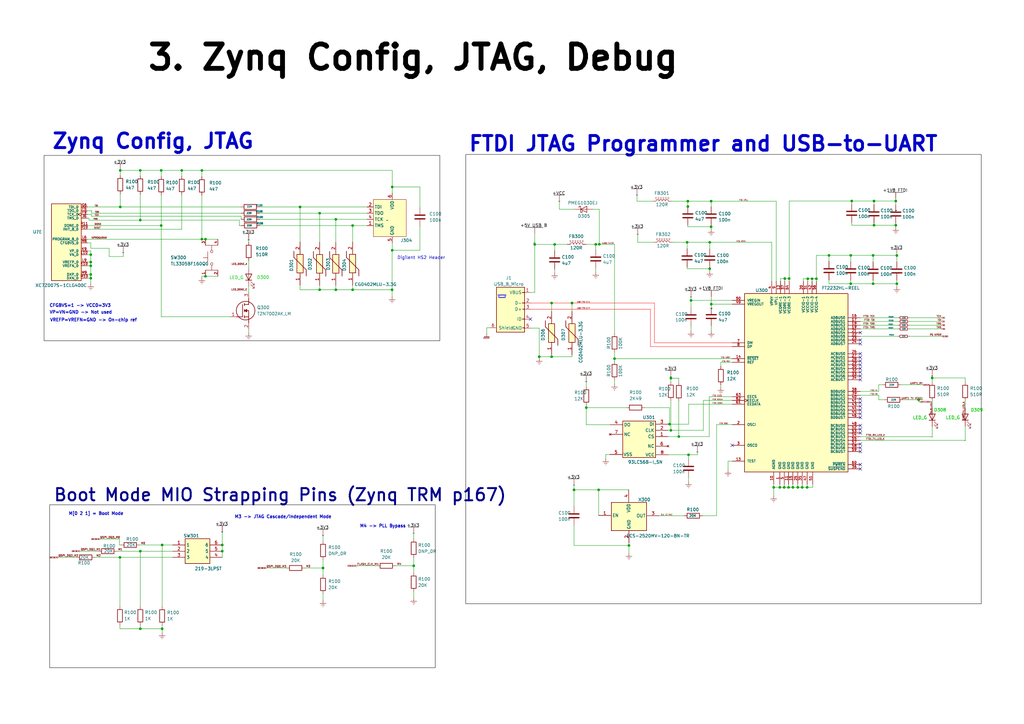
<source format=kicad_sch>
(kicad_sch (version 20230121) (generator eeschema)
  (paper "A3")
  (title_block (date "2023-12-27"))
  (junction (at 278.4094 179.0446))
  (junction (at 367.411 92.3798))
  (junction (at 367.8428 104.8004))
  (junction (at 131.0894 118.8466))
  (junction (at 91.1606 226.06))
  (junction (at 321.6402 199.898))
  (junction (at 282.1178 84.709))
  (junction (at 235.4326 200.914))
  (junction (at 252.0442 147.0914))
  (junction (at 334.8482 114.3254))
  (junction (at 219.3036 100.2538))
  (junction (at 57.5564 226.06))
  (junction (at 282.3972 186.5376))
  (junction (at 160.8074 118.8466))
  (junction (at 91.1606 223.52))
  (junction (at 367.411 82.4484))
  (junction (at 144.6276 118.8466))
  (junction (at 382.3208 155.0162))
  (junction (at 327.2282 199.898))
  (junction (at 160.8582 76.6826))
  (junction (at 329.0062 199.898))
  (junction (at 358.0892 116.3574))
  (junction (at 221.1578 146.304))
  (junction (at 66.4972 257.8862))
  (junction (at 74.549 69.9008))
  (junction (at 82.804 98.0948))
  (junction (at 137.7442 118.8466))
  (junction (at 325.1962 199.898))
  (junction (at 291.084 110.2106))
  (junction (at 331.0382 199.898))
  (junction (at 226.2378 124.2822))
  (junction (at 169.672 232.0544))
  (junction (at 37.2364 109.0168))
  (junction (at 274.5994 173.9646))
  (junction (at 245.5164 200.914))
  (junction (at 317.3222 199.898))
  (junction (at 333.0702 114.3254))
  (junction (at 244.348 100.2284))
  (junction (at 275.1582 155.1178))
  (junction (at 82.804 69.9008))
  (junction (at 291.6682 82.4992))
  (junction (at 275.1582 176.5046))
  (junction (at 367.8428 116.3574))
  (junction (at 348.9198 116.3574))
  (junction (at 349.3262 82.4484))
  (junction (at 37.2364 112.5728))
  (junction (at 291.084 99.3902))
  (junction (at 323.6722 114.2492))
  (junction (at 137.7442 89.9668))
  (junction (at 66.1162 69.9008))
  (junction (at 282.1178 82.4992))
  (junction (at 240.4618 167.1828))
  (junction (at 245.8212 100.1776))
  (junction (at 49.3268 69.9008))
  (junction (at 340.0044 104.7496))
  (junction (at 321.8942 114.2492))
  (junction (at 84.2772 98.0948))
  (junction (at 132.4864 232.9688))
  (junction (at 376.7836 163.9824))
  (junction (at 331.2922 114.3254))
  (junction (at 49.1998 228.6))
  (junction (at 57.5564 257.8862))
  (junction (at 144.6276 92.5068))
  (junction (at 49.3268 84.8868))
  (junction (at 234.5944 124.2822))
  (junction (at 37.2364 107.4928))
  (junction (at 66.1162 92.5068))
  (junction (at 66.4972 223.52))
  (junction (at 323.4182 199.898))
  (junction (at 358.0892 104.7496))
  (junction (at 319.8622 199.898))
  (junction (at 57.531 90.2716))
  (junction (at 131.0894 87.4268))
  (junction (at 57.531 69.9008))
  (junction (at 358.4702 82.4484))
  (junction (at 358.4702 92.3798))
  (junction (at 291.6682 93.0148))
  (junction (at 84.2772 113.3348))
  (junction (at 37.2364 114.0968))
  (junction (at 37.2364 104.4448))
  (junction (at 123.063 84.8868))
  (junction (at 227.4824 100.2538))
  (junction (at 160.8582 102.6668))
  (junction (at 257.9624 223.7232))
  (junction (at 226.2378 146.304))
  (junction (at 281.813 99.3902))
  (junction (at 348.9198 104.7496))
  (junction (at 283.4132 123.2154))
  (junction (at 291.719 124.7394))
  (no_connect (at 352.8822 165.1254))
  (no_connect (at 300.3042 182.6514))
  (no_connect (at 352.8822 140.9954))
  (no_connect (at 217.5764 130.8862))
  (no_connect (at 352.8822 166.6494))
  (no_connect (at 352.8822 168.1734))
  (no_connect (at 352.8822 136.4234))
  (no_connect (at 352.8822 183.6674))
  (no_connect (at 352.8822 174.5234))
  (no_connect (at 352.8822 192.3034))
  (no_connect (at 352.8822 154.2034))
  (no_connect (at 352.8822 152.6794))
  (no_connect (at 352.8822 176.0474))
  (no_connect (at 352.8822 146.5834))
  (no_connect (at 352.8822 151.1554))
  (no_connect (at 352.8822 169.6974))
  (no_connect (at 352.8822 148.1074))
  (no_connect (at 352.8822 145.0594))
  (no_connect (at 352.8822 149.6314))
  (no_connect (at 352.8822 177.5714))
  (no_connect (at 352.8822 139.4714))
  (no_connect (at 352.8822 155.7274))
  (no_connect (at 352.8822 182.1434))
  (no_connect (at 352.8822 185.1914))
  (no_connect (at 352.8822 171.2214))
  (no_connect (at 352.8822 190.5254))
  (no_connect (at 352.8822 163.6014))
  (wire (pts (xy 172.2374 85.1916) (xy 172.2374 76.6826)))
  (wire (pts (xy 331.0382 198.6534) (xy 331.0382 199.898)))
  (wire (pts (xy 146.431 232.0544) (xy 154.6352 232.0544)))
  (wire (pts (xy 57.531 69.9008) (xy 49.3268 69.9008)))
  (wire (pts (xy 278.4348 155.194) (xy 278.4094 155.194)))
  (wire (pts (xy 162.2552 232.0544) (xy 169.672 232.0544)))
  (wire (pts (xy 382.2954 179.2478) (xy 382.27 179.2478)))
  (wire (pts (xy 37.2364 107.4928) (xy 37.2364 109.0168)))
  (wire (pts (xy 37.5666 86.4362) (xy 37.5666 86.4108)))
  (wire (pts (xy 243.2304 85.852) (xy 245.8212 85.852)))
  (wire (pts (xy 44.7548 105.2068) (xy 50.5714 105.2068)))
  (wire (pts (xy 44.7548 101.854) (xy 44.7548 105.2068)))
  (wire (pts (xy 333.0702 114.3254) (xy 333.0702 115.3414)))
  (wire (pts (xy 291.719 124.7394) (xy 291.719 126.0348)))
  (wire (pts (xy 352.8822 131.8514) (xy 368.4016 131.8514)))
  (wire (pts (xy 49.1998 256.3622) (xy 49.1998 257.8862)))
  (wire (pts (xy 358.0892 104.7496) (xy 358.0892 107.4166)))
  (wire (pts (xy 316.5602 99.3902) (xy 316.5602 115.3414)))
  (wire (pts (xy 98.8822 89.9668) (xy 98.9076 89.9668)))
  (wire (pts (xy 131.0894 117.094) (xy 131.0894 118.8466)))
  (wire (pts (xy 348.9198 104.7496) (xy 358.0892 104.7496)))
  (wire (pts (xy 226.2378 124.2822) (xy 217.7034 124.2822)) (stroke (width 0) (color 255 0 0 1)))
  (wire (pts (xy 257.8354 200.914) (xy 245.5164 200.914)))
  (wire (pts (xy 291.6682 82.4992) (xy 291.6682 84.7598)))
  (wire (pts (xy 273.9898 173.9646) (xy 274.5994 173.9646)))
  (wire (pts (xy 293.9034 211.5312) (xy 293.9034 174.1424)))
  (wire (pts (xy 355.1428 180.6448) (xy 352.8822 180.6194)))
  (wire (pts (xy 244.348 110.0328) (xy 244.348 111.633)))
  (wire (pts (xy 66.1162 92.5068) (xy 66.1162 129.9464)))
  (wire (pts (xy 37.2364 112.5728) (xy 37.2364 114.0968)))
  (wire (pts (xy 91.1606 218.1098) (xy 91.1606 223.52)))
  (wire (pts (xy 240.284 100.2284) (xy 244.348 100.2284)))
  (wire (pts (xy 57.5564 257.8862) (xy 66.4972 257.8862)))
  (wire (pts (xy 334.8482 104.7496) (xy 334.8482 114.3254)))
  (wire (pts (xy 37.2618 101.854) (xy 44.7548 101.854)))
  (wire (pts (xy 395.859 164.3634) (xy 395.859 167.259)))
  (wire (pts (xy 257.9624 222.7072) (xy 257.9624 223.7232)))
  (wire (pts (xy 199.644 134.4422) (xy 199.644 136.8806)))
  (wire (pts (xy 317.3222 199.898) (xy 317.3222 203.3524)))
  (wire (pts (xy 275.1582 176.5046) (xy 288.4932 176.5046)))
  (wire (pts (xy 221.1578 146.304) (xy 221.1578 146.939)))
  (wire (pts (xy 331.2922 114.3254) (xy 333.0702 114.3254)))
  (wire (pts (xy 235.4326 200.914) (xy 235.4326 207.7466)))
  (wire (pts (xy 57.5564 226.06) (xy 57.5564 248.7422)))
  (wire (pts (xy 245.5164 200.914) (xy 245.5164 211.4042)))
  (wire (pts (xy 49.1998 228.6) (xy 49.1998 248.7422)))
  (wire (pts (xy 160.8582 79.1718) (xy 160.8582 76.6826)))
  (wire (pts (xy 137.7442 118.8466) (xy 144.6276 118.8466)))
  (wire (pts (xy 291.719 133.6548) (xy 291.719 135.7884)))
  (wire (pts (xy 295.656 150.2664) (xy 295.656 148.6154)))
  (wire (pts (xy 321.6402 198.6534) (xy 321.6402 199.898)))
  (wire (pts (xy 244.348 102.4128) (xy 244.348 100.2284)))
  (wire (pts (xy 282.4226 165.7604) (xy 300.3042 165.7604)))
  (wire (pts (xy 352.8822 162.0774) (xy 360.4514 162.0774)))
  (wire (pts (xy 360.3752 157.8356) (xy 361.9246 157.8356)))
  (wire (pts (xy 382.3208 155.0162) (xy 382.3208 156.7688)))
  (wire (pts (xy 275.1582 155.1178) (xy 278.4348 155.1178)))
  (wire (pts (xy 35.8394 94.0308) (xy 74.5744 94.0308)))
  (wire (pts (xy 295.656 148.6154) (xy 300.3042 148.6154)))
  (wire (pts (xy 373.1006 131.8514) (xy 386.207 131.8514)))
  (wire (pts (xy 66.4972 223.52) (xy 70.8406 223.52)))
  (wire (pts (xy 281.813 110.2106) (xy 291.084 110.2106)))
  (wire (pts (xy 49.3268 69.9008) (xy 49.3268 71.9328)))
  (wire (pts (xy 37.2364 109.0168) (xy 37.2364 112.5728)))
  (wire (pts (xy 298.6024 192.8114) (xy 298.6024 189.1284)))
  (wire (pts (xy 268.4272 124.2822) (xy 234.5944 124.2822)) (stroke (width 0) (color 255 0 0 1)))
  (wire (pts (xy 98.8822 88.6714) (xy 98.8822 89.9668)))
  (wire (pts (xy 318.3382 82.4992) (xy 318.3382 115.3414)))
  (wire (pts (xy 235.4326 215.3666) (xy 235.4326 223.7232)))
  (wire (pts (xy 137.7442 117.094) (xy 137.7442 118.8466)))
  (wire (pts (xy 369.5446 157.8356) (xy 378.4854 157.8356)))
  (wire (pts (xy 372.999 137.9474) (xy 386.207 137.9474)))
  (wire (pts (xy 125.0696 232.9688) (xy 132.4864 232.9688)))
  (wire (pts (xy 358.0892 115.0366) (xy 358.0892 116.3574)))
  (wire (pts (xy 349.3262 92.3798) (xy 358.4702 92.3798)))
  (wire (pts (xy 37.2364 102.9208) (xy 37.2364 104.4448)))
  (wire (pts (xy 35.8394 92.5068) (xy 66.1162 92.5068)))
  (wire (pts (xy 323.4182 199.898) (xy 325.1962 199.898)))
  (wire (pts (xy 132.4864 232.9688) (xy 132.4864 235.8898)))
  (wire (pts (xy 275.1582 164.3126) (xy 275.1582 176.5046)))
  (wire (pts (xy 334.8482 104.7496) (xy 340.0044 104.7496)))
  (wire (pts (xy 40.9956 221.107) (xy 48.9966 221.107)))
  (wire (pts (xy 382.27 179.0954) (xy 352.8822 179.0954)))
  (wire (pts (xy 275.4122 82.4992) (xy 282.1178 82.4992)))
  (wire (pts (xy 98.1964 92.4814) (xy 98.3742 92.4814)))
  (wire (pts (xy 321.6402 199.898) (xy 323.4182 199.898)))
  (wire (pts (xy 395.859 156.7434) (xy 395.859 155.0162)))
  (wire (pts (xy 84.2772 98.0948) (xy 82.804 98.0948)))
  (wire (pts (xy 66.1162 129.9464) (xy 94.3864 129.9464)))
  (wire (pts (xy 82.804 80.0608) (xy 82.804 98.0948)))
  (wire (pts (xy 358.4702 91.5162) (xy 358.4702 92.3798)))
  (wire (pts (xy 57.531 90.297) (xy 36.4998 90.297)))
  (wire (pts (xy 248.4374 188.1378) (xy 248.4374 186.4106)))
  (wire (pts (xy 219.3036 100.2538) (xy 219.3036 119.9642)))
  (wire (pts (xy 365.5568 180.6194) (xy 355.1428 180.6448)))
  (wire (pts (xy 281.813 99.3902) (xy 281.813 101.9556)))
  (wire (pts (xy 57.5564 256.3622) (xy 57.5564 257.8862)))
  (wire (pts (xy 169.672 242.5954) (xy 169.672 245.3386)))
  (wire (pts (xy 106.4768 87.4268) (xy 131.0894 87.4268)))
  (wire (pts (xy 382.3208 164.3888) (xy 382.3208 167.2844)))
  (wire (pts (xy 57.531 90.2716) (xy 57.531 90.297)))
  (wire (pts (xy 227.4824 110.4138) (xy 227.4824 111.887)))
  (wire (pts (xy 395.859 155.0162) (xy 382.3208 155.0162)))
  (wire (pts (xy 35.8394 107.4928) (xy 37.2364 107.4928)))
  (wire (pts (xy 74.549 69.9008) (xy 74.549 72.263)))
  (wire (pts (xy 35.8394 112.5728) (xy 37.2364 112.5728)))
  (wire (pts (xy 234.5944 124.2822) (xy 226.2378 124.2822)) (stroke (width 0) (color 255 0 0 1)))
  (wire (pts (xy 367.411 82.4484) (xy 367.411 83.9724)))
  (wire (pts (xy 98.3742 92.4814) (xy 98.3742 92.5068)))
  (wire (pts (xy 221.107 134.5946) (xy 221.107 134.5692)))
  (wire (pts (xy 376.7836 163.9824) (xy 378.5616 163.9824)))
  (wire (pts (xy 35.8394 98.0948) (xy 82.804 98.0948)))
  (wire (pts (xy 160.8074 102.6668) (xy 160.8074 118.8466)))
  (wire (pts (xy 229.4382 82.5246) (xy 229.4382 85.852)))
  (wire (pts (xy 352.8822 134.8994) (xy 368.3762 134.8994)))
  (wire (pts (xy 395.7828 180.6194) (xy 365.5568 180.6194)))
  (wire (pts (xy 319.8622 199.898) (xy 321.6402 199.898)))
  (wire (pts (xy 234.5944 145.4912) (xy 234.5944 146.304)))
  (wire (pts (xy 244.348 100.1776) (xy 244.348 100.2284)))
  (wire (pts (xy 172.2374 76.6826) (xy 160.8582 76.6826)))
  (wire (pts (xy 323.4182 198.6534) (xy 323.4182 199.898)))
  (wire (pts (xy 82.804 113.3348) (xy 82.804 113.8682)))
  (wire (pts (xy 293.9034 174.1424) (xy 300.3042 174.1424)))
  (wire (pts (xy 264.4902 167.1828) (xy 274.5994 167.1828)))
  (wire (pts (xy 57.531 69.9008) (xy 57.531 72.1106)))
  (wire (pts (xy 282.1178 82.4992) (xy 282.1178 84.709)))
  (wire (pts (xy 283.4132 121.7422) (xy 283.4132 123.2154)))
  (wire (pts (xy 227.4824 100.2538) (xy 227.4824 102.7938)))
  (wire (pts (xy 358.4702 82.4484) (xy 358.4702 83.8962)))
  (wire (pts (xy 325.1962 198.6534) (xy 325.1962 199.898)))
  (wire (pts (xy 340.0044 104.7496) (xy 348.9198 104.7496)))
  (wire (pts (xy 235.4326 223.7232) (xy 257.9624 223.7232)))
  (wire (pts (xy 66.1162 69.9008) (xy 57.531 69.9008)))
  (wire (pts (xy 234.5944 146.304) (xy 226.2378 146.304)))
  (wire (pts (xy 367.8428 114.9604) (xy 367.8428 116.3574)))
  (wire (pts (xy 319.8622 198.6534) (xy 319.8622 199.898)))
  (wire (pts (xy 106.4514 84.8868) (xy 123.063 84.8868)))
  (wire (pts (xy 300.3042 142.1384) (xy 266.7762 142.1384)) (stroke (width 0) (color 255 0 0 1)))
  (wire (pts (xy 382.2954 179.2224) (xy 382.3208 179.2224)))
  (wire (pts (xy 232.664 100.2284) (xy 227.4824 100.2284)))
  (wire (pts (xy 291.6682 93.0148) (xy 291.6682 94.0308)))
  (wire (pts (xy 131.0894 87.4268) (xy 131.0894 99.314)))
  (wire (pts (xy 282.1178 92.329) (xy 282.1178 93.0148)))
  (wire (pts (xy 257.8354 200.8632) (xy 257.8354 200.914)))
  (wire (pts (xy 261.2644 79.9592) (xy 261.2644 82.4992)))
  (wire (pts (xy 300.3042 140.6144) (xy 268.4272 140.6144)) (stroke (width 0) (color 255 0 0 1)))
  (wire (pts (xy 334.8482 114.3254) (xy 334.8482 115.3414)))
  (wire (pts (xy 144.6276 118.8466) (xy 144.6276 116.9924)))
  (wire (pts (xy 37.4904 88.6714) (xy 98.8822 88.6714)))
  (wire (pts (xy 74.5744 94.0054) (xy 74.549 94.0054)))
  (wire (pts (xy 370.332 163.9824) (xy 376.7836 163.9824)))
  (wire (pts (xy 278.4348 155.194) (xy 278.4348 155.1178)))
  (wire (pts (xy 261.2644 82.4992) (xy 267.7922 82.4992)))
  (wire (pts (xy 84.2772 113.3348) (xy 82.804 113.3348)))
  (wire (pts (xy 57.2262 223.52) (xy 66.4972 223.52)))
  (wire (pts (xy 49.1998 228.6) (xy 70.8406 228.6)))
  (wire (pts (xy 321.8942 114.2492) (xy 323.6722 114.2492)))
  (wire (pts (xy 261.5438 96.0882) (xy 261.5438 99.3902)))
  (wire (pts (xy 240.4618 167.1828) (xy 240.4618 166.2176)))
  (wire (pts (xy 377.19 164.7952) (xy 376.7836 164.7952)))
  (wire (pts (xy 395.859 174.879) (xy 395.859 180.7464)))
  (wire (pts (xy 219.3036 119.9642) (xy 217.5764 119.9642)))
  (wire (pts (xy 252.0442 155.829) (xy 252.0442 157.48)))
  (wire (pts (xy 291.084 109.6772) (xy 291.084 110.2106)))
  (wire (pts (xy 282.1178 93.0148) (xy 291.6682 93.0148)))
  (wire (pts (xy 172.2374 92.8116) (xy 172.2374 102.6668)))
  (wire (pts (xy 382.3208 154.1526) (xy 382.3208 155.0162)))
  (wire (pts (xy 282.1178 82.4992) (xy 291.6682 82.4992)))
  (wire (pts (xy 274.5994 173.9646) (xy 274.5994 167.1828)))
  (wire (pts (xy 123.063 118.8466) (xy 131.0894 118.8466)))
  (wire (pts (xy 169.672 228.6762) (xy 169.672 232.0544)))
  (wire (pts (xy 144.6276 92.5068) (xy 144.6276 99.2124)))
  (wire (pts (xy 66.1162 79.9592) (xy 66.1162 92.5068)))
  (wire (pts (xy 349.3262 91.2876) (xy 349.3262 92.3798)))
  (wire (pts (xy 278.4094 155.194) (xy 278.4094 156.845)))
  (wire (pts (xy 352.8822 130.3274) (xy 368.3762 130.3274)))
  (wire (pts (xy 35.8394 84.8868) (xy 49.3268 84.8868)))
  (wire (pts (xy 360.3752 160.5534) (xy 360.3752 157.8356)))
  (wire (pts (xy 291.6682 92.3798) (xy 291.6682 93.0148)))
  (wire (pts (xy 275.1582 154.4828) (xy 275.1582 155.1178)))
  (wire (pts (xy 169.672 218.694) (xy 169.672 221.0562)))
  (wire (pts (xy 291.084 110.2106) (xy 291.084 111.1758)))
  (wire (pts (xy 282.3972 186.5376) (xy 286.0548 186.5376)))
  (wire (pts (xy 320.1162 114.2492) (xy 321.8942 114.2492)))
  (wire (pts (xy 91.1606 223.52) (xy 91.1606 226.06)))
  (wire (pts (xy 37.2364 104.4448) (xy 37.2364 107.4928)))
  (wire (pts (xy 74.549 69.9008) (xy 82.804 69.9008)))
  (wire (pts (xy 106.5276 89.9668) (xy 137.7442 89.9668)))
  (wire (pts (xy 382.3208 174.9044) (xy 382.3208 179.2224)))
  (wire (pts (xy 283.4132 133.731) (xy 283.4132 135.763)))
  (wire (pts (xy 36.4998 89.4588) (xy 35.8394 89.4588)))
  (wire (pts (xy 298.6024 189.1284) (xy 300.3042 189.1284)))
  (wire (pts (xy 329.0062 199.898) (xy 331.0382 199.898)))
  (wire (pts (xy 132.4864 219.6084) (xy 132.4864 221.9706)))
  (wire (pts (xy 340.0044 104.7496) (xy 340.0044 107.188)))
  (wire (pts (xy 102.0064 106.934) (xy 102.0064 109.8296)))
  (wire (pts (xy 268.4272 140.6144) (xy 268.4272 124.2822)) (stroke (width 0) (color 255 0 0 1)))
  (wire (pts (xy 37.592 87.4268) (xy 37.592 86.4362)))
  (wire (pts (xy 395.8336 180.7464) (xy 395.859 180.7464)))
  (wire (pts (xy 288.4932 164.2364) (xy 300.3042 164.2364)))
  (wire (pts (xy 252.0442 147.0914) (xy 300.3042 147.0914)))
  (wire (pts (xy 395.7828 180.7718) (xy 395.7828 180.6194)))
  (wire (pts (xy 252.0442 100.1776) (xy 252.0442 136.8298)))
  (wire (pts (xy 291.084 99.3902) (xy 316.5602 99.3902)))
  (wire (pts (xy 358.0892 116.3574) (xy 367.8428 116.3574)))
  (wire (pts (xy 288.4932 176.5046) (xy 288.4932 164.2364)))
  (wire (pts (xy 245.5164 200.914) (xy 235.4326 200.914)))
  (wire (pts (xy 74.5744 94.0054) (xy 74.5744 94.0308)))
  (wire (pts (xy 102.0064 117.4496) (xy 102.0064 119.7864)))
  (wire (pts (xy 282.4226 173.9646) (xy 282.4226 165.7604)))
  (wire (pts (xy 160.8074 118.8466) (xy 160.8074 121.6406)))
  (wire (pts (xy 234.5944 124.2822) (xy 234.5944 127.7112)))
  (wire (pts (xy 98.1964 92.4814) (xy 98.1964 90.2716)))
  (wire (pts (xy 283.4132 123.2154) (xy 283.4132 126.111)))
  (wire (pts (xy 66.4972 223.52) (xy 66.4972 248.8184)))
  (wire (pts (xy 221.107 134.5946) (xy 221.1578 134.5946)))
  (wire (pts (xy 109.2454 232.9688) (xy 117.4496 232.9688)))
  (wire (pts (xy 349.3262 83.6676) (xy 349.3262 82.4484)))
  (wire (pts (xy 132.4864 229.5906) (xy 132.4864 232.9688)))
  (wire (pts (xy 367.8428 116.3574) (xy 367.8428 117.5004)))
  (wire (pts (xy 340.0044 114.808) (xy 340.0044 116.3574)))
  (wire (pts (xy 273.9898 179.0446) (xy 278.4094 179.0446)))
  (wire (pts (xy 35.8394 87.9348) (xy 37.4904 87.9348)))
  (wire (pts (xy 358.4702 82.4484) (xy 367.411 82.4484)))
  (wire (pts (xy 235.6104 85.852) (xy 229.4382 85.852)))
  (wire (pts (xy 144.6276 118.8466) (xy 160.8074 118.8466)))
  (wire (pts (xy 245.8212 85.852) (xy 245.8212 100.1776)))
  (wire (pts (xy 66.4972 256.4384) (xy 66.4972 257.8862)))
  (wire (pts (xy 286.0548 185.3438) (xy 286.0548 186.5376)))
  (wire (pts (xy 382.2954 179.2224) (xy 382.2954 179.2478)))
  (wire (pts (xy 123.063 84.8868) (xy 150.5712 84.8868)))
  (wire (pts (xy 382.27 179.2478) (xy 382.27 179.0954)))
  (wire (pts (xy 329.5142 114.3254) (xy 331.2922 114.3254)))
  (wire (pts (xy 281.813 99.3902) (xy 291.084 99.3902)))
  (wire (pts (xy 35.8394 114.0968) (xy 37.2364 114.0968)))
  (wire (pts (xy 367.8428 104.8004) (xy 367.8428 107.3404)))
  (wire (pts (xy 160.8582 76.6826) (xy 160.8582 69.9008)))
  (wire (pts (xy 102.0064 98.3488) (xy 102.0064 99.314)))
  (wire (pts (xy 282.1178 84.709) (xy 282.1178 84.7344)))
  (wire (pts (xy 321.8942 114.2492) (xy 321.8942 115.3414)))
  (wire (pts (xy 38.9636 228.6) (xy 49.1998 228.6)))
  (wire (pts (xy 281.813 109.5756) (xy 281.813 110.2106)))
  (wire (pts (xy 23.9014 228.6) (xy 31.3436 228.6)))
  (wire (pts (xy 360.4514 163.9824) (xy 362.712 163.9824)))
  (wire (pts (xy 48.9966 223.52) (xy 48.9966 221.107)))
  (wire (pts (xy 37.592 87.4268) (xy 98.8568 87.4268)))
  (wire (pts (xy 358.4702 92.3798) (xy 367.411 92.3798)))
  (wire (pts (xy 40.386 226.06) (xy 33.0962 226.06)))
  (wire (pts (xy 200.9394 134.4422) (xy 199.644 134.4422)))
  (wire (pts (xy 373.0498 133.3754) (xy 386.1308 133.3754)))
  (wire (pts (xy 291.6682 82.4992) (xy 318.3382 82.4992)))
  (wire (pts (xy 367.411 81.4578) (xy 367.411 82.4484)))
  (wire (pts (xy 367.411 92.3798) (xy 367.411 93.2434)))
  (wire (pts (xy 376.7836 163.9824) (xy 376.7836 164.7952)))
  (wire (pts (xy 240.4618 167.1828) (xy 256.8702 167.1828)))
  (wire (pts (xy 395.8336 180.7464) (xy 395.8336 180.7718)))
  (wire (pts (xy 35.8394 109.0168) (xy 37.2364 109.0168)))
  (wire (pts (xy 348.9198 114.8842) (xy 348.9198 116.3574)))
  (wire (pts (xy 131.0894 118.8466) (xy 137.7442 118.8466)))
  (wire (pts (xy 37.2618 99.6188) (xy 37.2618 101.854)))
  (wire (pts (xy 329.5142 115.3414) (xy 329.5142 114.3254)))
  (wire (pts (xy 323.6722 82.4484) (xy 349.3262 82.4484)))
  (wire (pts (xy 273.9898 176.5046) (xy 275.1582 176.5046)))
  (wire (pts (xy 323.6722 114.2492) (xy 323.6722 115.3414)))
  (wire (pts (xy 333.3242 199.898) (xy 333.3242 198.6534)))
  (wire (pts (xy 160.8582 69.9008) (xy 82.804 69.9008)))
  (wire (pts (xy 250.2408 174.2186) (xy 240.4618 174.2186)))
  (wire (pts (xy 257.9624 223.7232) (xy 257.9624 226.9236)))
  (wire (pts (xy 37.5666 86.4362) (xy 37.592 86.4362)))
  (wire (pts (xy 35.8394 102.9208) (xy 37.2364 102.9208)))
  (wire (pts (xy 37.2364 114.0968) (xy 37.2364 116.3828)))
  (wire (pts (xy 74.549 69.9008) (xy 66.1162 69.9008)))
  (wire (pts (xy 172.2374 102.6668) (xy 160.8582 102.6668)))
  (wire (pts (xy 261.5438 99.3902) (xy 268.1986 99.3902)))
  (wire (pts (xy 123.063 84.8868) (xy 123.063 99.2378)))
  (wire (pts (xy 367.8428 104.7496) (xy 367.8428 104.8004)))
  (wire (pts (xy 331.0382 199.898) (xy 333.3242 199.898)))
  (wire (pts (xy 248.4374 186.4106) (xy 250.1138 186.4106)))
  (wire (pts (xy 352.8822 133.3754) (xy 368.3508 133.3754)))
  (wire (pts (xy 219.3036 95.8342) (xy 219.3036 100.2538)))
  (wire (pts (xy 106.6038 92.5068) (xy 144.6276 92.5068)))
  (wire (pts (xy 348.9198 104.7496) (xy 348.9198 107.2642)))
  (wire (pts (xy 37.4904 88.6714) (xy 37.4904 87.9348)))
  (wire (pts (xy 160.8582 99.6188) (xy 160.8582 102.6668)))
  (wire (pts (xy 36.4998 90.297) (xy 36.4998 89.4588)))
  (wire (pts (xy 282.3972 195.8848) (xy 282.3972 197.485)))
  (wire (pts (xy 325.1962 199.898) (xy 327.2282 199.898)))
  (wire (pts (xy 244.348 100.1776) (xy 245.8212 100.1776)))
  (wire (pts (xy 331.2922 114.3254) (xy 331.2922 115.3414)))
  (wire (pts (xy 291.719 121.6406) (xy 291.719 124.7394)))
  (wire (pts (xy 360.4514 162.0774) (xy 360.4514 163.9824)))
  (wire (pts (xy 290.9062 179.0446) (xy 290.9062 162.7124)))
  (wire (pts (xy 160.8074 102.6668) (xy 160.8582 102.6668)))
  (wire (pts (xy 240.4618 174.2186) (xy 240.4618 167.1828)))
  (wire (pts (xy 320.1162 115.3414) (xy 320.1162 114.2492)))
  (wire (pts (xy 82.804 72.4408) (xy 82.804 69.9008)))
  (wire (pts (xy 91.1606 226.06) (xy 91.1606 228.6)))
  (wire (pts (xy 340.0044 116.3574) (xy 348.9198 116.3574)))
  (wire (pts (xy 295.656 157.8864) (xy 295.656 158.877)))
  (wire (pts (xy 89.3572 98.0948) (xy 84.2772 98.0948)))
  (wire (pts (xy 348.9198 116.3574) (xy 358.0892 116.3574)))
  (wire (pts (xy 290.9062 162.7124) (xy 300.3042 162.7124)))
  (wire (pts (xy 37.5666 86.4108) (xy 35.8394 86.4108)))
  (wire (pts (xy 278.4094 179.0446) (xy 290.9062 179.0446)))
  (wire (pts (xy 275.1582 155.1178) (xy 275.1582 156.6926)))
  (wire (pts (xy 49.6062 223.52) (xy 48.9966 223.52)))
  (wire (pts (xy 240.4618 156.464) (xy 240.4618 158.5976)))
  (wire (pts (xy 49.3268 79.5528) (xy 49.3268 84.8868)))
  (wire (pts (xy 221.107 134.5692) (xy 217.7034 134.5692)))
  (wire (pts (xy 144.6276 92.5068) (xy 150.5712 92.5068)))
  (wire (pts (xy 226.2378 146.304) (xy 221.1578 146.304)))
  (wire (pts (xy 221.1578 134.5946) (xy 221.1578 146.304)))
  (wire (pts (xy 283.4132 123.2154) (xy 300.3042 123.2154)))
  (wire (pts (xy 352.8822 137.9474) (xy 368.3 137.9474)))
  (wire (pts (xy 291.084 99.3902) (xy 291.084 102.0572)))
  (wire (pts (xy 49.3268 69.6722) (xy 49.3268 69.9008)))
  (wire (pts (xy 57.531 79.7306) (xy 57.531 90.2716)))
  (wire (pts (xy 252.0442 147.0914) (xy 252.0442 148.209)))
  (wire (pts (xy 35.8394 99.6188) (xy 37.2618 99.6188)))
  (wire (pts (xy 226.2378 124.2822) (xy 226.2378 127.7112)))
  (wire (pts (xy 349.3262 82.4484) (xy 358.4702 82.4484)))
  (wire (pts (xy 367.411 92.3798) (xy 367.411 91.5924)))
  (wire (pts (xy 317.3222 199.898) (xy 319.8622 199.898)))
  (wire (pts (xy 274.1168 186.5376) (xy 282.3972 186.5376)))
  (wire (pts (xy 329.0062 198.6534) (xy 329.0062 199.898)))
  (wire (pts (xy 226.2378 145.4912) (xy 226.2378 146.304)))
  (wire (pts (xy 137.7442 89.9668) (xy 137.7442 99.314)))
  (wire (pts (xy 252.0442 144.4498) (xy 252.0442 147.0914)))
  (wire (pts (xy 373.0752 134.8994) (xy 386.1562 134.8994)))
  (wire (pts (xy 89.3572 113.3348) (xy 84.2772 113.3348)))
  (wire (pts (xy 137.7442 89.9668) (xy 150.5712 89.9668)))
  (wire (pts (xy 274.5994 173.9646) (xy 282.4226 173.9646)))
  (wire (pts (xy 245.8212 100.1776) (xy 252.0442 100.1776)))
  (wire (pts (xy 282.3972 186.5376) (xy 282.3972 188.2648)))
  (wire (pts (xy 278.4094 164.465) (xy 278.4094 179.0446)))
  (wire (pts (xy 35.8394 104.4448) (xy 37.2364 104.4448)))
  (wire (pts (xy 66.4972 257.8862) (xy 66.4972 259.461)))
  (wire (pts (xy 327.2282 198.6534) (xy 327.2282 199.898)))
  (wire (pts (xy 235.4326 198.9328) (xy 235.4326 200.914)))
  (wire (pts (xy 317.3222 198.6534) (xy 317.3222 199.898)))
  (wire (pts (xy 48.006 226.06) (xy 57.5564 226.06)))
  (wire (pts (xy 98.1964 90.2716) (xy 57.531 90.2716)))
  (wire (pts (xy 102.0064 135.0264) (xy 102.0064 136.5758)))
  (wire (pts (xy 57.5564 226.06) (xy 70.8406 226.06)))
  (wire (pts (xy 49.1998 257.8862) (xy 57.5564 257.8862)))
  (wire (pts (xy 131.0894 87.4268) (xy 150.5712 87.4268)))
  (wire (pts (xy 227.4824 100.2284) (xy 227.4824 100.2538)))
  (wire (pts (xy 395.8336 180.7718) (xy 395.7828 180.7718)))
  (wire (pts (xy 275.8186 99.3902) (xy 281.813 99.3902)))
  (wire (pts (xy 217.7034 126.8222) (xy 266.7762 126.8222)) (stroke (width 0) (color 255 0 0 1)))
  (wire (pts (xy 169.672 232.0544) (xy 169.672 234.9754)))
  (wire (pts (xy 132.4864 243.5098) (xy 132.4864 246.253)))
  (wire (pts (xy 123.063 117.0178) (xy 123.063 118.8466)))
  (wire (pts (xy 327.2282 199.898) (xy 329.0062 199.898)))
  (wire (pts (xy 373.0752 130.3274) (xy 386.1562 130.3274)))
  (wire (pts (xy 291.719 124.7394) (xy 300.3042 124.7394)))
  (wire (pts (xy 50.5714 105.2068) (xy 50.5714 103.5812)))
  (wire (pts (xy 358.0892 104.7496) (xy 367.8428 104.7496)))
  (wire (pts (xy 266.7762 142.1384) (xy 266.7762 126.8222)) (stroke (width 0) (color 255 0 0 1)))
  (wire (pts (xy 323.6722 82.4484) (xy 323.6722 114.2492)))
  (wire (pts (xy 74.549 94.0054) (xy 74.549 79.883)))
  (wire (pts (xy 219.3036 100.2538) (xy 227.4824 100.2538)))
  (wire (pts (xy 66.1162 69.9008) (xy 66.1162 72.3392)))
  (wire (pts (xy 333.0702 114.3254) (xy 334.8482 114.3254)))
  (wire (pts (xy 49.3268 84.8868) (xy 98.8314 84.8868)))
  (wire (pts (xy 98.3742 92.5068) (xy 98.9838 92.5068)))
  (wire (pts (xy 352.8822 160.5534) (xy 360.3752 160.5534)))
  (wire (pts (xy 270.4084 211.5312) (xy 280.543 211.5312)))
  (wire (pts (xy 293.9034 211.5312) (xy 288.163 211.5312)))
  (rectangle (start 191.0588 63.3476) (end 402.463 247.6246) (stroke (width 0) (color 0 0 0 1)))
  (rectangle (start 20.3454 207.0608) (end 178.5366 273.8374) (stroke (width 0) (color 0 0 0 1)))
  (rectangle (start 18.0594 63.754) (end 180.4162 139.7254) (stroke (width 0) (color 0 0 0 1)))
  (text "M[0 2 1] = Boot Mode" (at 28.0924 211.5312 0) (effects (font (size 1.27 1.27) (thickness 0.254) bold) (justify left bottom)))
  (text "M3 -> JTAG Cascade/Independent Mode" (at 96.1644 212.8266 0) (effects (font (size 1.27 1.27) (thickness 0.254) bold) (justify left bottom)))
  (text "M4 -> PLL Bypass" (at 147.5486 216.6112 0) (effects (font (size 1.27 1.27) (thickness 0.254) bold) (justify left bottom)))
  (text "CFGBVS=1 -> VCC0=3V3" (at 20.2184 126.1872 0) (effects (font (size 1.27 1.27) (thickness 0.254) bold) (justify left bottom)))
  (text "VP=VN=GND -> Not used" (at 20.2438 128.9558 0) (effects (font (size 1.27 1.27) (thickness 0.254) bold) (justify left bottom)))
  (text "Zynq Config, JTAG" (at 20.9804 61.5696 0) (effects (font (size 6 6) (thickness 1.2) bold) (justify left bottom)))
  (text "Digilent HS2 Header" (at 162.8902 106.5784 0) (effects (font (size 1.27 1.27)) (justify left bottom)))
  (text "VREFP=VREFN=GND -> On-chip ref" (at 20.4216 132.1308 0) (effects (font (size 1.27 1.27) (thickness 0.254) bold) (justify left bottom)))
  (text "3. Zynq Config, JTAG, Debug" (at 59.7916 29.6164 0) (effects (font (size 10 10) (thickness 2) bold) (justify left bottom)))
  (text "Boot Mode MIO Strapping Pins (Zynq TRM p167)" (at 21.7424 206.0956 0) (effects (font (size 5 5) (thickness 0.8) bold) (justify left bottom)))
  (text "FTDI JTAG Programmer and USB-to-UART" (at 191.8208 62.6364 0) (effects (font (size 6 6) (thickness 1.2) bold) (justify left bottom)))
  (label "VUSB FILTER" (at 246.888 100.1776 0) (effects (font (size 0.5 0.5) bold)))
  (label "UART1 TX VCFG1" (at 378.5616 163.9824 180) (effects (font (size 0.7 0.7) bold)))
  (label "TMS" (at 38.2016 90.297 0) (effects (font (size 0.6 0.6))))
  (label "M0" (at 57.7596 223.52 0) (effects (font (size 0.8 0.8) bold)))
  (label "UART1_RX" (at 378.4854 157.8356 180) (effects (font (size 0.7 0.7) bold)))
  (label "FTDI_TX_LED_A" (at 395.859 164.6428 270) (effects (font (size 0.7 0.7))))
  (label "M3" (at 125.476 232.9688 0) (effects (font (size 0.8 0.8) bold)))
  (label "FTDI VPHY" (at 301.9298 99.3902 0) (effects (font (size 0.5 0.5) bold)))
  (label "TDI" (at 38.7604 84.8868 0) (effects (font (size 0.6 0.6))))
  (label "TDO" (at 386.1308 133.3754 180) (effects (font (size 0.7 0.7) bold)))
  (label "FTDI RX" (at 360.045 162.0774 180) (effects (font (size 0.5 0.5) bold)))
  (label "M4" (at 162.7886 232.0544 0) (effects (font (size 0.8 0.8) bold)))
  (label "FTDI EECS" (at 292.1508 162.7124 0) (effects (font (size 0.5 0.5) bold)))
  (label "FTDI_RX_LED_K" (at 355.1174 179.0954 0) (effects (font (size 0.7 0.7) bold)))
  (label "NPROGARAM" (at 37.465 98.0948 0) (effects (font (size 0.7 0.7))))
  (label "FTDI TX" (at 359.918 160.5534 180) (effects (font (size 0.5 0.5) bold)))
  (label "CLK 12 MHZ" (at 270.9926 211.5312 0) (effects (font (size 0.5 0.5) bold)))
  (label "FTDI EECLK" (at 292.1 164.2364 0) (effects (font (size 0.5 0.5) bold)))
  (label "QSPI_DQ2_M2" (at 23.9014 228.6 0) (effects (font (size 0.8 0.8) bold)))
  (label "FTDI TMS" (at 358.8512 134.8994 180) (effects (font (size 0.7 0.7) bold)))
  (label "QSPI_DQ1_M1" (at 33.0962 226.06 0) (effects (font (size 0.8 0.8) bold)))
  (label "NINIT" (at 38.481 94.0308 0) (effects (font (size 0.7 0.7))))
  (label "FTDI VPLL" (at 303.0474 82.4992 0) (effects (font (size 0.5 0.5) bold)))
  (label "FTDI OSCI" (at 294.9448 174.1424 0) (effects (font (size 0.5 0.5) bold)))
  (label "PS NPOR" (at 386.207 137.9474 180) (effects (font (size 0.7 0.7) bold)))
  (label "QSPI_DQ0_M3" (at 109.2454 232.9688 0) (effects (font (size 0.8 0.8))))
  (label "LED_DONE_C " (at 102.0064 119.3292 180) (effects (font (size 0.7 0.7))))
  (label "FTDI NRST" (at 295.5798 147.0914 0) (effects (font (size 0.5 0.5) bold)))
  (label "QSPI_DQ3_M0" (at 40.9956 221.107 0) (effects (font (size 0.8 0.8) bold)))
  (label "FTDI_TX_LED_K" (at 355.1428 180.6448 0) (effects (font (size 0.7 0.7) bold)))
  (label "FTDI_RX_LED_A" (at 382.3208 164.6174 270) (effects (font (size 0.5 0.5))))
  (label "FTDI EEDAT" (at 292.2016 165.7604 0) (effects (font (size 0.5 0.5) bold)))
  (label "FLASH_CLK_M4" (at 146.431 232.0544 0) (effects (font (size 0.8 0.8))))
  (label "FTDI REF" (at 296.0116 148.6154 0) (effects (font (size 0.5 0.5) bold)))
  (label "USB FTDI D N" (at 236.601 124.2822 0) (effects (font (size 0.5 0.5) bold)))
  (label "LED_DONE_A " (at 102.0064 108.8644 180) (effects (font (size 0.7 0.7))))
  (label "FTDI TCK" (at 358.8512 130.3274 180) (effects (font (size 0.7 0.7) bold)))
  (label "DONE" (at 38.6842 92.5068 0) (effects (font (size 0.7 0.7))))
  (label "TDO" (at 38.8366 87.4268 0) (effects (font (size 0.6 0.6))))
  (label "TCK" (at 38.7604 88.6714 0) (effects (font (size 0.6 0.6))))
  (label "TDI" (at 386.207 131.8514 180) (effects (font (size 0.7 0.7) bold)))
  (label "USB FTDI D P" (at 236.6264 126.8222 0) (effects (font (size 0.5 0.5) bold)))
  (label "M2" (at 39.4716 228.6 0) (effects (font (size 0.8 0.8) bold)))
  (label "FTDI TDO" (at 358.8258 133.3754 180) (effects (font (size 0.7 0.7) bold)))
  (label "M1" (at 48.4124 226.06 0) (effects (font (size 0.8 0.8) bold)))
  (label "FTDI TDI" (at 358.8766 131.8514 180) (effects (font (size 0.7 0.7) bold)))
  (label "TMS" (at 386.1562 134.8994 180) (effects (font (size 0.7 0.7) bold)))
  (label "TCK" (at 386.1562 130.3274 180) (effects (font (size 0.7 0.7) bold)))
  (global_label "TCK" (shape input) (at 386.1308 130.3274 0) (effects (font (size 0.3 0.3))) (property "Intersheetrefs" "${INTERSHEET_REFS}" (effects hide)))
  (global_label "FLASH_CLK_M4" (shape input) (at 146.4564 232.0544 180) (effects (font (size 0.3 0.3))) (property "Intersheetrefs" "${INTERSHEET_REFS}" (effects hide)))
  (global_label "UART1_RX" (shape input) (at 378.46 157.8356 0) (effects (font (size 0.3 0.3))) (property "Intersheetrefs" "${INTERSHEET_REFS}" (effects hide)))
  (global_label "UART1 TX VCFG1" (shape input) (at 377.19 164.7952 0) (effects (font (size 0.3 0.3))) (property "Intersheetrefs" "${INTERSHEET_REFS}" (effects hide)))
  (global_label "QSPI DQ1 M1" (shape input) (at 33.0962 226.06 180) (effects (font (size 0.3 0.3))) (property "Intersheetrefs" "${INTERSHEET_REFS}" (effects hide)))
  (global_label "TDO" (shape input) (at 386.1308 133.3754 0) (effects (font (size 0.3 0.3))) (property "Intersheetrefs" "${INTERSHEET_REFS}" (effects hide)))
  (global_label "PS NPOR" (shape input) (at 386.207 137.9474 0) (effects (font (size 0.3 0.3))) (property "Intersheetrefs" "${INTERSHEET_REFS}" (effects hide)))
  (global_label "TDI" (shape input) (at 386.207 131.8514 0) (effects (font (size 0.3 0.3))) (property "Intersheetrefs" "${INTERSHEET_REFS}" (effects hide)))
  (global_label "QSPI DQ0 M3" (shape input) (at 109.2454 232.9688 180) (effects (font (size 0.3 0.3))) (property "Intersheetrefs" "${INTERSHEET_REFS}" (effects hide)))
  (global_label "TMS" (shape input) (at 386.1562 134.8994 0) (effects (font (size 0.3 0.3))) (property "Intersheetrefs" "${INTERSHEET_REFS}" (effects hide)))
  (global_label "QSPI DQ2 M2" (shape input) (at 24.003 228.6 180) (effects (font (size 0.3 0.3))) (property "Intersheetrefs" "${INTERSHEET_REFS}" (effects hide)))
  (global_label "QSPI DQ3 M0" (shape input) (at 41.0718 221.107 180) (effects (font (size 0.3 0.3))) (property "Intersheetrefs" "${INTERSHEET_REFS}" (effects hide)))
  (symbol (lib_id "Device:C") (at 172.2374 89.0016 0) (unit 1)
    (property "Reference" "C100" (at 176.0474 87.7316 0) (effects (justify left)))
    (property "Value" "100n" (at 176.0474 90.2716 0) (effects (justify left)))
    (property "Footprint" "Capacitor_SMD:C_0402_1005Metric" (effects hide))
    (instances (project "MA_Inventtronics" (path "" (reference "C100") (unit 1)) (path "" (reference "C300") (unit 1))))
  )
  (symbol (lib_id "Power_Library:+3V3") (at 235.4326 198.9328 0) (unit 1)
    (property "Reference" "#PWR331" (effects hide))
    (property "Value" "~" (at 235.4326 198.9328 0))
  )
  (symbol (lib_id "Device:C") (at 283.4132 129.921 0) (unit 1)
    (property "Reference" "C100" (at 276.987 128.8288 0) (effects (justify left)))
    (property "Value" "100n" (at 276.9108 131.2164 0) (effects (justify left)))
    (property "Footprint" "Capacitor_SMD:C_0402_1005Metric" (effects hide))
    (instances (project "MA_Inventtronics" (path "" (reference "C100") (unit 1)) (path "" (reference "C314") (unit 1))))
  )
  (symbol (lib_id "Device:R") (at 275.1582 160.5026 180) (unit 1)
    (property "Reference" "R100" (at 270.0274 159.4612 0) (effects (justify right)))
    (property "Value" "12K" (at 270.0274 162.0012 0) (effects (justify right)))
    (property "Footprint" "Resistor_SMD:R_0402_1005Metric" (effects hide))
    (instances (project "MA_Inventtronics" (path "" (reference "R100") (unit 1)) (path "" (reference "R326") (unit 1))))
  )
  (symbol (lib_id "Power_Library:+3V3") (at 367.8428 104.8004 0) (unit 1)
    (property "Reference" "#PWR316" (effects hide))
    (property "Value" "~" (at 367.8428 104.8004 0))
  )
  (symbol (lib_id "CG0402MLU-3_3G:CG0402MLU-3.3G") (at 137.7442 117.094 90) (unit 1)
    (property "Reference" "D303" (at 134.5946 108.3564 0))
    (property "Value" "CG0402MLU-3.3G" (effects hide))
    (property "Footprint" "VARC1005X41N" (effects hide))
    (property "Datasheet" "https://www.bourns.com/docs/Product-Datasheets/MLU.pdf" (effects hide))
    (property "Height" "0.41" (effects hide))
    (property "Mouser Part Number" "652-CG0402MLU-3.3G" (effects hide))
    (property "Mouser Price/Stock" "https://www.mouser.co.uk/ProductDetail/Bourns/CG0402MLU-3.3G?qs=m8myXnDJXpWVM8EQWErxtQ%3D%3D" (effects hide))
    (property "Manufacturer_Name" "Bourns" (effects hide))
    (property "Manufacturer_Part_Number" "CG0402MLU-3.3G" (effects hide))
  )
  (symbol (lib_id "Device:R") (at 35.1536 228.6 90) (unit 1)
    (property "Reference" "R100" (at 36.9824 230.8606 90) (effects (justify left)))
    (property "Value" "20K" (at 36.6014 228.6254 90) (effects (justify left)))
    (property "Footprint" "Resistor_SMD:R_0402_1005Metric" (effects hide))
    (instances (project "MA_Inventtronics" (path "" (reference "R100") (unit 1)) (path "" (reference "R314") (unit 1))))
  )
  (symbol (lib_id "Power_Library:+3V3") (at 132.4864 219.6084 0) (unit 1)
    (property "Reference" "#PWR302" (effects hide))
    (property "Value" "~" (at 132.4864 219.6084 0))
  )
  (symbol (lib_id "power:GNDREF") (at 367.411 93.2434 0) (unit 1)
    (property "Reference" "#PWR0326" (effects hide))
    (property "Value" "GNDREF" (effects hide))
  )
  (symbol (lib_id "power:GNDPWR") (at 199.644 136.8806 0) (unit 1)
    (property "Reference" "#PWR0328" (effects hide))
    (property "Value" "GNDPWR" (effects hide))
  )
  (symbol (lib_id "Power_Library:+3V3") (at 261.2644 79.9592 0) (unit 1)
    (property "Reference" "#PWR304" (effects hide))
    (property "Value" "~" (at 261.2644 79.9592 0))
  )
  (symbol (lib_id "Device:R") (at 240.4618 162.4076 180) (unit 1)
    (property "Reference" "R100" (at 235.5088 161.0106 0) (effects (justify right)))
    (property "Value" "12K" (at 235.5088 163.5506 0) (effects (justify right)))
    (property "Footprint" "Resistor_SMD:R_0402_1005Metric" (effects hide))
    (instances (project "MA_Inventtronics" (path "" (reference "R100") (unit 1)) (path "" (reference "R324") (unit 1))))
  )
  (symbol (lib_id "Device:R") (at 102.6668 87.4268 90) (unit 1)
    (property "Reference" "R100" (at 107.7976 86.7156 90) (effects (font (size 0.7 0.7)) (justify left)))
    (property "Value" "22R" (at 103.2764 87.4268 90) (effects (font (size 0.7 0.7)) (justify left)))
    (property "Footprint" "Resistor_SMD:R_0201_0603Metric" (effects hide))
    (instances (project "MA_Inventtronics" (path "" (reference "R100") (unit 1)) (path "" (reference "R306") (unit 1))))
  )
  (symbol (lib_id "Device:R") (at 49.3268 75.7428 0) (unit 1)
    (property "Reference" "R100" (at 51.4858 74.4728 0) (effects (justify left)))
    (property "Value" "4k7" (at 51.4858 77.0128 0) (effects (justify left)))
    (property "Footprint" "Resistor_SMD:R_0402_1005Metric" (effects hide))
    (instances (project "MA_Inventtronics" (path "" (reference "R100") (unit 1)) (path "" (reference "R300") (unit 1))))
  )
  (symbol (lib_id "power:GNDREF") (at 82.804 113.8682 0) (unit 1)
    (property "Reference" "#PWR0308" (effects hide))
    (property "Value" "GNDREF" (effects hide))
  )
  (symbol (lib_id "Device:C") (at 291.6682 88.5698 0) (unit 1)
    (property "Reference" "C100" (at 294.6654 87.6554 0) (effects (justify left)))
    (property "Value" "100n" (at 294.6654 90.1954 0) (effects (justify left)))
    (property "Footprint" "Capacitor_SMD:C_0402_1005Metric" (effects hide))
    (instances (project "MA_Inventtronics" (path "" (reference "C100") (unit 1)) (path "" (reference "C304") (unit 1))))
  )
  (symbol (lib_id "Device:R") (at 252.0442 140.6398 180) (unit 1)
    (property "Reference" "R100" (at 249.682 140.6398 90))
    (property "Value" "100K" (at 254.4826 140.7668 90))
    (property "Footprint" "Resistor_SMD:R_0402_1005Metric" (effects hide))
    (instances (project "MA_Inventtronics" (path "" (reference "R100") (unit 1)) (path "" (reference "R322") (unit 1))))
  )
  (symbol (lib_id "Device:R") (at 284.353 211.5312 90) (unit 1)
    (property "Reference" "R100" (at 284.1498 209.0166 90))
    (property "Value" "20K" (at 284.1498 211.5058 90) (effects (font (size 1 1))))
    (property "Footprint" "Resistor_SMD:R_0402_1005Metric" (effects hide))
    (instances (project "MA_Inventtronics" (path "" (reference "R100") (unit 1)) (path "" (reference "R338") (unit 1))))
  )
  (symbol (lib_id "Power_Library:+1V8_FTDI") (at 291.846 126.4666 0) (unit 1)
    (property "Reference" "#PWR335" (effects hide))
    (property "Value" "~" (at 291.846 126.4666 0))
  )
  (symbol (lib_id "Device:C") (at 340.0044 110.998 0) (unit 1)
    (property "Reference" "C100" (at 342.8238 109.5248 0) (effects (justify left)))
    (property "Value" "100n" (at 342.8238 112.0648 0) (effects (justify left)))
    (property "Footprint" "Capacitor_SMD:C_0402_1005Metric" (effects hide))
    (instances (project "MA_Inventtronics" (path "" (reference "C100") (unit 1)) (path "" (reference "C310") (unit 1))))
  )
  (symbol (lib_id "RESISTOR_SMALL22:R_Small") (at 370.5606 131.8514 90) (unit 1)
    (property "Reference" "R330" (at 365.4552 131.4704 90) (effects (font (size 0.5 0.5))))
    (property "Value" "22R" (at 370.7638 131.9022 90) (effects (font (size 0.5 0.5))))
    (property "Footprint" "Resistor_SMD:R_0201_0603Metric" (effects hide))
  )
  (symbol (lib_id "power:GNDREF") (at 298.6024 192.8114 0) (unit 1)
    (property "Reference" "#PWR0322" (effects hide))
    (property "Value" "GNDREF" (effects hide))
  )
  (symbol (lib_id "Device:R") (at 53.4162 223.52 270) (unit 1)
    (property "Reference" "R100" (at 51.689 221.107 90) (effects (justify left)))
    (property "Value" "20K" (at 51.7906 223.4946 90) (effects (justify left)))
    (property "Footprint" "Resistor_SMD:R_0402_1005Metric" (effects hide))
    (instances (project "MA_Inventtronics" (path "" (reference "R100") (unit 1)) (path "" (reference "R310") (unit 1))))
  )
  (symbol (lib_id "Power_Library:+3V3") (at 275.1582 154.4828 0) (unit 1)
    (property "Reference" "#PWR339" (effects hide))
    (property "Value" "~" (at 275.1582 154.4828 0))
  )
  (symbol (lib_id "power:GNDREF") (at 169.672 245.3386 0) (unit 1)
    (property "Reference" "#PWR0315" (effects hide))
    (property "Value" "GNDREF" (effects hide))
  )
  (symbol (lib_id "Device:R") (at 365.7346 157.8356 270) (unit 1)
    (property "Reference" "R100" (at 365.7346 155.6512 90))
    (property "Value" "22R" (at 365.7346 157.8864 90) (effects (font (size 0.7 0.7))))
    (property "Footprint" "Resistor_SMD:R_0201_0603Metric" (effects hide))
    (instances (project "MA_Inventtronics" (path "" (reference "R100") (unit 1)) (path "" (reference "R334") (unit 1))))
  )
  (symbol (lib_id "RESISTOR_SMALL22:R_Small") (at 370.459 137.9474 90) (unit 1)
    (property "Reference" "R333" (at 365.633 137.3378 90) (effects (font (size 0.5 0.5))))
    (property "Value" "22R" (at 370.6622 137.9982 90) (effects (font (size 0.5 0.5))))
    (property "Footprint" "Resistor_SMD:R_0201_0603Metric" (effects hide))
  )
  (symbol (lib_id "RESISTOR_SMALL22:R_Small") (at 370.5352 130.3274 90) (unit 1)
    (property "Reference" "R329" (at 365.4298 129.9464 90) (effects (font (size 0.5 0.5))))
    (property "Value" "22R" (at 370.7384 130.3782 90) (effects (font (size 0.5 0.5))))
    (property "Footprint" "Resistor_SMD:R_0201_0603Metric" (effects hide))
  )
  (symbol (lib_id "power:GNDREF") (at 252.0442 157.48 0) (unit 1)
    (property "Reference" "#PWR0340" (effects hide))
    (property "Value" "GNDREF" (effects hide))
  )
  (symbol (lib_id "power:GNDREF") (at 248.4374 188.1378 0) (unit 1)
    (property "Reference" "#PWR0320" (effects hide))
    (property "Value" "GNDREF" (effects hide))
  )
  (symbol (lib_id "Device:L_Ferrite") (at 272.0086 99.3902 90) (unit 1)
    (property "Reference" "FB302" (at 271.9832 96.1136 90))
    (property "Value" "120R" (at 271.907 100.8126 90))
    (property "Footprint" "Inductor_SMD:L_0402_1005Metric" (effects hide))
  )
  (symbol (lib_id "Device:R") (at 260.6802 167.1828 90) (unit 1)
    (property "Reference" "R100" (at 260.6802 160.9344 90))
    (property "Value" "2K49" (at 260.6802 163.4744 90))
    (property "Footprint" "Resistor_SMD:R_0402_1005Metric" (effects hide))
    (instances (project "MA_Inventtronics" (path "" (reference "R100") (unit 1)) (path "" (reference "R325") (unit 1))))
  )
  (symbol (lib_id "CG0402MLU-3_3G:CG0402MLU-3.3G") (at 131.0894 117.094 90) (unit 1)
    (property "Reference" "D302" (at 127.1524 105.7656 0) (effects (justify right)))
    (property "Value" "CG0402MLU-3.3G" (effects hide))
    (property "Footprint" "VARC1005X41N" (effects hide))
    (property "Datasheet" "https://www.bourns.com/docs/Product-Datasheets/MLU.pdf" (effects hide))
    (property "Height" "0.41" (effects hide))
    (property "Mouser Part Number" "652-CG0402MLU-3.3G" (effects hide))
    (property "Mouser Price/Stock" "https://www.mouser.co.uk/ProductDetail/Bourns/CG0402MLU-3.3G?qs=m8myXnDJXpWVM8EQWErxtQ%3D%3D" (effects hide))
    (property "Manufacturer_Name" "Bourns" (effects hide))
    (property "Manufacturer_Part_Number" "CG0402MLU-3.3G" (effects hide))
  )
  (symbol (lib_id "Power_Library:+3V3") (at 169.672 218.694 0) (unit 1)
    (property "Reference" "#PWR314" (effects hide))
    (property "Value" "~" (at 169.672 218.694 0))
  )
  (symbol (lib_id "Power_Library:+3V3") (at 102.0064 98.3488 0) (unit 1)
    (property "Reference" "#PWR307" (effects hide))
    (property "Value" "~" (at 102.0064 98.3488 0))
  )
  (symbol (lib_id "power:GNDREF") (at 132.4864 246.253 0) (unit 1)
    (property "Reference" "#PWR0311" (effects hide))
    (property "Value" "GNDREF" (effects hide))
  )
  (symbol (lib_id "Device:LED") (at 382.3208 171.0944 90) (unit 1)
    (property "Reference" "D308" (at 383.0066 168.1226 90) (effects (justify right)))
    (property "Value" "LED_G" (at 374.3706 171.2722 90) (effects (justify right)))
    (property "Footprint" "LED_SMD:LED_0402_1005Metric_Pad0.77x0.64mm_HandSolder" (effects hide))
  )
  (symbol (lib_id "Device:R") (at 49.1998 252.5522 0) (unit 1)
    (property "Reference" "R100" (at 50.8762 251.206 0) (effects (justify left)))
    (property "Value" "1K" (at 50.8762 253.746 0) (effects (justify left)))
    (property "Footprint" "Resistor_SMD:R_0402_1005Metric" (effects hide))
    (instances (project "MA_Inventtronics" (path "" (reference "R100") (unit 1)) (path "" (reference "R311") (unit 1))))
  )
  (symbol (lib_id "power:GNDREF") (at 367.8428 117.5004 0) (unit 1)
    (property "Reference" "#PWR0325" (effects hide))
    (property "Value" "GNDREF" (effects hide))
  )
  (symbol (lib_id "Device:R") (at 102.0064 103.124 0) (unit 1)
    (property "Reference" "R100" (at 104.8258 101.854 0) (effects (justify left)))
    (property "Value" "510R" (at 104.8258 104.394 0) (effects (justify left)))
    (property "Footprint" "Resistor_SMD:R_0402_1005Metric" (effects hide))
    (instances (project "MA_Inventtronics" (path "" (reference "R100") (unit 1)) (path "" (reference "R309") (unit 1))))
  )
  (symbol (lib_id "Device:C") (at 291.719 129.8448 0) (unit 1)
    (property "Reference" "C100" (at 294.6146 128.651 0) (effects (justify left)))
    (property "Value" "4u7" (at 294.6146 131.191 0) (effects (justify left)))
    (property "Footprint" "Capacitor_SMD:C_0402_1005Metric" (effects hide))
    (instances (project "MA_Inventtronics" (path "" (reference "C100") (unit 1)) (path "" (reference "C315") (unit 1))))
  )
  (symbol (lib_id "CG0402MLU-3_3G:CG0402MLU-3.3G") (at 144.6276 116.9924 90) (unit 1)
    (property "Reference" "D304" (at 141.1986 108.6612 0))
    (property "Value" "CG0402MLU-3.3G" (effects hide))
    (property "Footprint" "VARC1005X41N" (effects hide))
    (property "Datasheet" "https://www.bourns.com/docs/Product-Datasheets/MLU.pdf" (effects hide))
    (property "Height" "0.41" (effects hide))
    (property "Mouser Part Number" "652-CG0402MLU-3.3G" (effects hide))
    (property "Mouser Price/Stock" "https://www.mouser.co.uk/ProductDetail/Bourns/CG0402MLU-3.3G?qs=m8myXnDJXpWVM8EQWErxtQ%3D%3D" (effects hide))
    (property "Manufacturer_Name" "Bourns" (effects hide))
    (property "Manufacturer_Part_Number" "CG0402MLU-3.3G" (effects hide))
  )
  (symbol (lib_id "Device:L_Ferrite") (at 236.474 100.2284 90) (unit 1)
    (property "Reference" "FB300" (at 236.3216 96.9518 90))
    (property "Value" "120R" (at 236.3724 101.6508 90))
    (property "Footprint" "Inductor_SMD:L_0402_1005Metric" (effects hide))
  )
  (symbol (lib_id "XC7Z007S-1CLG400C:XC7Z007S-1CLG400C") (at 12.9794 111.5568 0) (unit 5)
    (property "Reference" "U?" (at 15.3416 95.0976 0))
    (property "Value" "XC7Z007S-1CLG400C" (at 25.0698 117.0432 0))
    (property "Footprint" "XC7Z007S-1CLG400CXC7Z007S-1CLG400C:BGA400C80P20X20_1700X1700X160N" (effects hide))
    (property "MF" "Xilinx Inc." (effects hide))
    (property "MAXIMUM_PACKAGE_HEIGHT" "1.6mm" (effects hide))
    (property "Package" "LFBGA-400 Xilinx Inc." (effects hide))
    (property "Price" "None" (effects hide))
    (property "Check_prices" "https://www.snapeda.com/parts/XC7Z007S-1CLG400C/Xilinx+Inc./view-part/?ref=eda" (effects hide))
    (property "STANDARD" "IPC7351B" (effects hide))
    (property "PARTREV" "1.11.1" (effects hide))
    (property "SnapEDA_Link" "https://www.snapeda.com/parts/XC7Z007S-1CLG400C/Xilinx+Inc./view-part/?ref=snap" (effects hide))
    (property "MP" "XC7Z007S-1CLG400C" (effects hide))
    (property "Description" "\nSingle ARM® Cortex®-A9 MPCore™ with CoreSight™ System On Chip (SOC) IC Zynq®-7000 Artix™-7 FPGA, 23K Logic Cells 667MHz 400-CSPBGA (17x17)\n" (effects hide))
    (property "Availability" "In Stock" (effects hide))
    (property "MANUFACTURER" "Xilinx Inc" (effects hide))
    (instances (project "MA_Inventtronics" (path "" (reference "U?") (unit 5)) (path "" (reference "U200") (unit 5)) (path "" (reference "U1") (unit 5)) (path "" (reference "U200") (unit 5)) (path "" (reference "U200") (unit 5))))
  )
  (symbol (lib_id "Device:L_Ferrite") (at 271.6022 82.4992 90) (unit 1)
    (property "Reference" "FB301" (at 271.4498 79.2226 90))
    (property "Value" "120R" (at 271.5006 83.9216 90))
    (property "Footprint" "Inductor_SMD:L_0402_1005Metric" (effects hide))
  )
  (symbol (lib_id "power:GNDREF") (at 66.4972 259.461 0) (unit 1)
    (property "Reference" "#PWR0312" (effects hide))
    (property "Value" "GNDREF" (effects hide))
  )
  (symbol (lib_id "Device:C") (at 282.3972 192.0748 0) (unit 1)
    (property "Reference" "C100" (at 275.9456 190.9064 0) (effects (justify left)))
    (property "Value" "100n" (at 275.9456 193.4464 0) (effects (justify left)))
    (property "Footprint" "Capacitor_SMD:C_0402_1005Metric" (effects hide))
    (instances (project "MA_Inventtronics" (path "" (reference "C100") (unit 1)) (path "" (reference "C316") (unit 1))))
  )
  (symbol (lib_id "219-3LPST:219-3LPST") (at 70.8406 223.52 0) (unit 1)
    (property "Reference" "SW301" (at 78.486 219.7608 0))
    (property "Value" "219-3LPST" (at 85.4456 233.2228 0))
    (property "Footprint" "2193LPST" (effects hide))
    (property "Datasheet" "https://www.ctscorp.com/wp-content/uploads/219.pdf" (effects hide))
    (property "Height" "3.85" (effects hide))
    (property "Mouser Part Number" "774-2193LPST" (effects hide))
    (property "Mouser Price/Stock" "https://www.mouser.co.uk/ProductDetail/CTS-Electronic-Components/219-3LPST?qs=qNzHFtQhdJ%252BCQoB5yfrP7Q%3D%3D" (effects hide))
    (property "Manufacturer_Name" "CTS" (effects hide))
    (property "Manufacturer_Part_Number" "219-3LPST" (effects hide))
  )
  (symbol (lib_id "Power_Library:Connector_01x06") (at 158.8262 90.3478 0) (unit 1)
    (property "Reference" "J304" (at 164.2364 98.6028 0) (effects (justify left)))
    (property "Value" "~" (at 158.8262 90.3478 0))
    (property "Footprint" "Connector_PinHeader_1.27mm:PinHeader_1x06_P1.27mm_Vertical" (effects hide))
  )
  (symbol (lib_id "Device:R") (at 66.4972 252.6284 0) (unit 1)
    (property "Reference" "R100" (at 68.453 251.2568 0) (effects (justify left)))
    (property "Value" "1K" (at 68.453 253.7968 0) (effects (justify left)))
    (property "Footprint" "Resistor_SMD:R_0402_1005Metric" (effects hide))
    (instances (project "MA_Inventtronics" (path "" (reference "R100") (unit 1)) (path "" (reference "R315") (unit 1))))
  )
  (symbol (lib_id "T2N7002AK_LM:T2N7002AK,LM") (at 94.3864 129.9464 0) (unit 1)
    (property "Reference" "Q300" (at 105.41 126.1364 0) (effects (justify left)))
    (property "Value" "T2N7002AK,LM" (at 105.41 128.6764 0) (effects (justify left)))
    (property "Footprint" "T2N7002AK,LM:TBAT54CLM" (effects hide))
    (property "Datasheet" "http://toshiba.semicon-storage.com/info/docget.jsp?did=29712&prodName=T2N7002AK" (effects hide))
    (property "Height" "1.1" (effects hide))
    (property "Mouser Part Number" "757-T2N7002AKLM" (effects hide))
    (property "Mouser Price/Stock" "https://www.mouser.co.uk/ProductDetail/Toshiba/T2N7002AKLM?qs=pzVvXTvk9PzfX4hYglwZ9Q%3D%3D" (effects hide))
    (property "Manufacturer_Name" "Toshiba" (effects hide))
    (property "Manufacturer_Part_Number" "T2N7002AK,LM" (effects hide))
  )
  (symbol (lib_id "RESISTOR_SMALL22:R_Small") (at 370.5352 134.8994 90) (unit 1)
    (property "Reference" "R332" (at 365.4044 134.493 90) (effects (font (size 0.5 0.5))))
    (property "Value" "22R" (at 370.7384 134.9502 90) (effects (font (size 0.5 0.5))))
    (property "Footprint" "Resistor_SMD:R_0201_0603Metric" (effects hide))
  )
  (symbol (lib_id "Device:R") (at 252.0442 152.019 180) (unit 1)
    (property "Reference" "R100" (at 249.682 152.019 90))
    (property "Value" "100K" (at 254.4826 152.146 90))
    (property "Footprint" "Resistor_SMD:R_0402_1005Metric" (effects hide))
    (instances (project "MA_Inventtronics" (path "" (reference "R100") (unit 1)) (path "" (reference "R323") (unit 1))))
  )
  (symbol (lib_id "Device:C") (at 349.3262 87.4776 0) (unit 1)
    (property "Reference" "C100" (at 351.9424 86.2076 0) (effects (justify left)))
    (property "Value" "100n" (at 351.9424 88.7476 0) (effects (justify left)))
    (property "Footprint" "Capacitor_SMD:C_0402_1005Metric" (effects hide))
    (instances (project "MA_Inventtronics" (path "" (reference "C100") (unit 1)) (path "" (reference "C307") (unit 1))))
  )
  (symbol (lib_id "power:GNDREF") (at 244.348 111.633 0) (unit 1)
    (property "Reference" "#PWR0337" (effects hide))
    (property "Value" "GNDREF" (effects hide))
  )
  (symbol (lib_id "power:GNDREF") (at 257.9624 226.9236 0) (unit 1)
    (property "Reference" "#PWR0324" (effects hide))
    (property "Value" "GNDREF" (effects hide))
  )
  (symbol (lib_id "power:GNDREF") (at 221.1578 146.939 0) (unit 1)
    (property "Reference" "#PWR0327" (effects hide))
    (property "Value" "GNDREF" (effects hide))
  )
  (symbol (lib_id "power:GNDREF") (at 283.4132 135.763 0) (unit 1)
    (property "Reference" "#PWR0333" (effects hide))
    (property "Value" "GNDREF" (effects hide))
  )
  (symbol (lib_id "power:GNDREF") (at 291.084 111.1758 0) (unit 1)
    (property "Reference" "#PWR0330" (effects hide))
    (property "Value" "GNDREF" (effects hide))
  )
  (symbol (lib_id "Device:C") (at 358.4702 87.7062 0) (unit 1)
    (property "Reference" "C100" (at 361.0864 86.36 0) (effects (justify left)))
    (property "Value" "100n" (at 361.0864 88.9 0) (effects (justify left)))
    (property "Footprint" "Capacitor_SMD:C_0402_1005Metric" (effects hide))
    (instances (project "MA_Inventtronics" (path "" (reference "C100") (unit 1)) (path "" (reference "C308") (unit 1))))
  )
  (symbol (lib_id "power:GNDREF") (at 295.656 158.877 0) (unit 1)
    (property "Reference" "#PWR0338" (effects hide))
    (property "Value" "GNDREF" (effects hide))
  )
  (symbol (lib_id "Device:LED") (at 395.859 171.069 90) (unit 1)
    (property "Reference" "D309" (at 398.0942 168.148 90) (effects (justify right)))
    (property "Value" "LED_G" (at 387.9088 171.2468 90) (effects (justify right)))
    (property "Footprint" "LED_SMD:LED_0402_1005Metric_Pad0.77x0.64mm_HandSolder" (effects hide))
  )
  (symbol (lib_id "Device:R") (at 169.672 238.7854 0) (unit 1)
    (property "Reference" "R100" (at 171.45 237.5154 0) (effects (justify left)))
    (property "Value" "20K" (at 171.45 240.0554 0) (effects (justify left)))
    (property "Footprint" "Resistor_SMD:R_0402_1005Metric" (effects hide))
    (instances (project "MA_Inventtronics" (path "" (reference "R100") (unit 1)) (path "" (reference "R321") (unit 1))))
  )
  (symbol (lib_id "93LC56B-I_SN:93LC56B-I_SN") (at 248.5898 177.9016 0) (unit 1)
    (property "Reference" "U301" (at 266.1412 171.2214 0))
    (property "Value" "93LC56B-I_SN" (at 264.6934 189.5094 0))
    (property "Footprint" "SOIC127P600X175-8N" (effects hide))
    (property "Datasheet" "http://ww1.microchip.com/downloads/en/DeviceDoc/21794G.pdf" (effects hide))
    (property "Height" "1.75" (effects hide))
    (property "Mouser Part Number" "579-93LC56BISN" (effects hide))
    (property "Mouser Price/Stock" "https://www.mouser.co.uk/ProductDetail/Microchip-Technology/93LC56B-I-SN?qs=JhC4kYev1ubTO3jC60ECfA%3D%3D" (effects hide))
    (property "Manufacturer_Name" "Microchip" (effects hide))
    (property "Manufacturer_Part_Number" "93LC56B-I/SN" (effects hide))
  )
  (symbol (lib_id "RESISTOR_SMALL22:R_Small") (at 370.5098 133.3754 90) (unit 1)
    (property "Reference" "R331" (at 365.4044 132.9944 90) (effects (font (size 0.5 0.5))))
    (property "Value" "22R" (at 370.713 133.4262 90) (effects (font (size 0.5 0.5))))
    (property "Footprint" "Resistor_SMD:R_0201_0603Metric" (effects hide))
  )
  (symbol (lib_id "Device:C") (at 281.813 105.7656 0) (unit 1)
    (property "Reference" "C100" (at 284.7086 104.5718 0) (effects (justify left)))
    (property "Value" "4u7" (at 284.7086 107.1118 0) (effects (justify left)))
    (property "Footprint" "Capacitor_SMD:C_0402_1005Metric" (effects hide))
    (instances (project "MA_Inventtronics" (path "" (reference "C100") (unit 1)) (path "" (reference "C305") (unit 1))))
  )
  (symbol (lib_id "CG0402MLU-3_3G:CG0402MLU-3.3G") (at 226.2378 145.4912 90) (unit 1)
    (property "Reference" "D306" (at 222.7072 134.6962 0) (effects (justify right)))
    (property "Value" "CG0402MLU-3.3G" (at 238.1758 131.6736 0) (effects (justify right)))
    (property "Footprint" "VARC1005X41N" (effects hide))
    (property "Datasheet" "https://www.bourns.com/docs/Product-Datasheets/MLU.pdf" (effects hide))
    (property "Height" "0.41" (effects hide))
    (property "Mouser Part Number" "652-CG0402MLU-3.3G" (effects hide))
    (property "Mouser Price/Stock" "https://www.mouser.co.uk/ProductDetail/Bourns/CG0402MLU-3.3G?qs=m8myXnDJXpWVM8EQWErxtQ%3D%3D" (effects hide))
    (property "Manufacturer_Name" "Bourns" (effects hide))
    (property "Manufacturer_Part_Number" "CG0402MLU-3.3G" (effects hide))
  )
  (symbol (lib_id "Device:R") (at 121.2596 232.9688 90) (unit 1)
    (property "Reference" "R100" (at 121.2596 227.33 90))
    (property "Value" "20K" (at 121.2596 229.87 90))
    (property "Footprint" "Resistor_SMD:R_0402_1005Metric" (effects hide))
    (instances (project "MA_Inventtronics" (path "" (reference "R100") (unit 1)) (path "" (reference "R316") (unit 1))))
  )
  (symbol (lib_id "ft2232hl-reel:FT2232HL-REEL") (at 316.0522 187.2234 0) (unit 1)
    (property "Reference" "U300" (at 309.8038 119.1006 0) (effects (justify left)))
    (property "Value" "FT2232HL-REEL" (at 337.0028 118.11 0) (effects (justify left)))
    (property "Footprint" "ft2232hl-reel:QFP50P1200X1200X160-64N" (effects hide))
    (property "MF" "FTDI," (effects hide))
    (property "Description" "\nUSB Controller, 4-channel, 480Mbit/s, USB 2.0, 64-Pin LQFP | FTDI FT2232HL-REEL\n" (effects hide))
    (property "Package" "LQFP-64 FTDI" (effects hide))
    (property "Price" "None" (effects hide))
    (property "Check_prices" "https://www.snapeda.com/parts/FT2232HL-REEL/FTDI%252C+Future+Technology+Devices+International+Ltd/view-part/?ref=eda" (effects hide))
    (property "SnapEDA_Link" "https://www.snapeda.com/parts/FT2232HL-REEL/FTDI%252C+Future+Technology+Devices+International+Ltd/view-part/?ref=snap" (effects hide))
    (property "MP" "FT2232HL-REEL" (effects hide))
    (property "Purchase-URL" "https://www.snapeda.com/api/url_track_click_mouser/?unipart_id=328663&manufacturer=FTDI,&part_name=FT2232HL-REEL&search_term=None" (effects hide))
    (property "Availability" "In Stock" (effects hide))
    (property "MANUFACTURER" "FTDI" (effects hide))
  )
  (symbol (lib_id "Device:R") (at 132.4864 225.7806 0) (unit 1)
    (property "Reference" "R100" (at 134.62 224.5106 0) (effects (justify left)))
    (property "Value" "DNP_0R" (at 134.62 227.0506 0) (effects (justify left)))
    (property "Footprint" "Resistor_SMD:R_0402_1005Metric" (effects hide))
    (instances (project "MA_Inventtronics" (path "" (reference "R100") (unit 1)) (path "" (reference "R317") (unit 1))))
  )
  (symbol (lib_id "Device:LED") (at 102.0064 113.6396 90) (unit 1)
    (property "Reference" "D300" (at 105.3592 113.7412 90) (effects (justify right)))
    (property "Value" "LED_G" (at 94.0562 113.8174 90) (effects (justify right)))
    (property "Footprint" "LED_SMD:LED_0402_1005Metric_Pad0.77x0.64mm_HandSolder" (effects hide))
  )
  (symbol (lib_id "TL3305BF160QG:TL3305BF160QG") (at 86.8172 105.7148 90) (unit 1)
    (property "Reference" "SW300" (at 69.9516 105.6386 90) (effects (justify right)))
    (property "Value" "TL3305BF160QG" (at 69.9516 108.1786 90) (effects (justify right)))
    (property "Footprint" "TL3305BF160QG:SW_TL3305BF160QG" (effects hide))
    (property "MF" "E-Switch" (effects hide))
    (property "MAXIMUM_PACKAGE_HEIGHT" "5 mm" (effects hide))
    (property "Package" "None" (effects hide))
    (property "Price" "None" (effects hide))
    (property "Check_prices" "https://www.snapeda.com/parts/TL3305BF160QG/E-Switch/view-part/?ref=eda" (effects hide))
    (property "STANDARD" "Manufacturer Recommendations" (effects hide))
    (property "PARTREV" "C" (effects hide))
    (property "SnapEDA_Link" "https://www.snapeda.com/parts/TL3305BF160QG/E-Switch/view-part/?ref=snap" (effects hide))
    (property "MP" "TL3305BF160QG" (effects hide))
    (property "Purchase-URL" "https://www.snapeda.com/api/url_track_click_mouser/?unipart_id=625333&manufacturer=E-Switch&part_name=TL3305BF160QG&search_term=None" (effects hide))
    (property "Description" "\nTactile Switch SPST-NO Top Actuated Surface Mount\n" (effects hide))
    (property "SNAPEDA_PN" "TL3305BF260QG" (effects hide))
    (property "Availability" "In Stock" (effects hide))
    (property "MANUFACTURER" "E-Switch" (effects hide))
  )
  (symbol (lib_name "ECS-2520MV-120-BN-TR_1") (lib_id "ECS-2520MV-120-BN-TR:ECS-2520MV-120-BN-TR") (at 257.8354 211.5312 0) (unit 1)
    (property "Reference" "X300" (at 264.2616 204.9272 0))
    (property "Value" "ECS-2520MV-120-BN-TR" (at 269.8496 219.7608 0))
    (property "Footprint" "ECS2520MV120BNTR" (effects hide))
    (property "Datasheet" "https://componentsearchengine.com/Datasheets/1/ECS-2520MV-120-BN-TR.pdf" (effects hide))
    (property "Height" "0.9" (effects hide))
    (property "Mouser Part Number" "520-2520MV-120-BN-T" (effects hide))
    (property "Mouser Price/Stock" "https://www.mouser.co.uk/ProductDetail/ECS/ECS-2520MV-120-BN-TR?qs=fAHHVMwC%252BbguRJeb0QafEw%3D%3D" (effects hide))
    (property "Manufacturer_Name" "ECS" (effects hide))
    (property "Manufacturer_Part_Number" "ECS-2520MV-120-BN-TR" (effects hide))
  )
  (symbol (lib_id "power:GNDREF") (at 160.8074 121.6406 0) (unit 1)
    (property "Reference" "#PWR0309" (effects hide))
    (property "Value" "GNDREF" (effects hide))
  )
  (symbol (lib_id "Device:R") (at 102.6414 84.8868 90) (unit 1)
    (property "Reference" "R100" (at 107.7468 84.2264 90) (effects (font (size 0.7 0.7)) (justify left)))
    (property "Value" "22R" (at 103.3526 84.7598 90) (effects (font (size 0.7 0.7)) (justify left)))
    (property "Footprint" "Resistor_SMD:R_0201_0603Metric" (effects hide))
    (instances (project "MA_Inventtronics" (path "" (reference "R100") (unit 1)) (path "" (reference "R305") (unit 1))))
  )
  (symbol (lib_id "Device:C") (at 244.348 106.2228 0) (unit 1)
    (property "Reference" "C100" (at 247.2436 105.029 0) (effects (justify left)))
    (property "Value" "4u7" (at 247.2436 107.569 0) (effects (justify left)))
    (property "Footprint" "Capacitor_SMD:C_0402_1005Metric" (effects hide))
    (instances (project "MA_Inventtronics" (path "" (reference "C100") (unit 1)) (path "" (reference "C302") (unit 1))))
  )
  (symbol (lib_id "Device:C") (at 282.1178 88.519 0) (unit 1)
    (property "Reference" "C100" (at 285.0642 87.3252 0) (effects (justify left)))
    (property "Value" "4u7" (at 285.0642 89.8652 0) (effects (justify left)))
    (property "Footprint" "Capacitor_SMD:C_0402_1005Metric" (effects hide))
    (instances (project "MA_Inventtronics" (path "" (reference "C100") (unit 1)) (path "" (reference "C303") (unit 1))))
  )
  (symbol (lib_id "Power_Library:+1V8_FTDI") (at 367.538 86.2838 0) (unit 1)
    (property "Reference" "#PWR319" (effects hide))
    (property "Value" "~" (at 367.538 86.2838 0))
  )
  (symbol (lib_id "Power_Library:+3V3") (at 283.4132 121.7422 0) (unit 1)
    (property "Reference" "#PWR334" (effects hide))
    (property "Value" "~" (at 283.4132 121.7422 0))
  )
  (symbol (lib_id "Power_Library:+3V3") (at 286.0548 185.3438 0) (unit 1)
    (property "Reference" "#PWR342" (effects hide))
    (property "Value" "~" (at 286.0548 185.3438 0))
  )
  (symbol (lib_id "Device:R") (at 158.4452 232.0544 90) (unit 1)
    (property "Reference" "R100" (at 158.4452 226.06 90))
    (property "Value" "20K" (at 158.4452 228.6 90))
    (property "Footprint" "Resistor_SMD:R_0402_1005Metric" (effects hide))
    (instances (project "MA_Inventtronics" (path "" (reference "R100") (unit 1)) (path "" (reference "R319") (unit 1))))
  )
  (symbol (lib_id "Device:R") (at 132.4864 239.6998 0) (unit 1)
    (property "Reference" "R100" (at 134.62 238.4298 0) (effects (justify left)))
    (property "Value" "20K" (at 134.62 240.9698 0) (effects (justify left)))
    (property "Footprint" "Resistor_SMD:R_0402_1005Metric" (effects hide))
    (instances (project "MA_Inventtronics" (path "" (reference "R100") (unit 1)) (path "" (reference "R318") (unit 1))))
  )
  (symbol (lib_id "Connector:USB_B_Micro") (at 208.6864 125.4252 0) (unit 1)
    (property "Reference" "J1" (at 208.6864 113.9952 0))
    (property "Value" "USB_B_Micro" (at 208.6864 116.5352 0))
    (property "Footprint" "Connector_USB:USB_Micro-B_Molex-105017-0001" (effects hide))
    (instances (project "MA_Inventtronics" (path "" (reference "J1") (unit 1)) (path "" (reference "J302") (unit 1))))
  )
  (symbol (lib_id "power:GNDREF") (at 291.6682 94.0308 0) (unit 1)
    (property "Reference" "#PWR0329" (effects hide))
    (property "Value" "GNDREF" (effects hide))
  )
  (symbol (lib_id "Power_Library:+3V3") (at 49.3268 69.6722 0) (unit 1)
    (property "Reference" "#PWR301" (effects hide))
    (property "Value" "~" (at 49.3268 69.6722 0))
  )
  (symbol (lib_id "CG0402MLU-3_3G:CG0402MLU-3.3G") (at 234.5944 145.4912 90) (unit 1)
    (property "Reference" "D307" (at 231.0638 134.6962 0) (effects (justify right)))
    (property "Value" "CG0402MLU-3.3G" (effects hide))
    (property "Footprint" "VARC1005X41N" (effects hide))
    (property "Datasheet" "https://www.bourns.com/docs/Product-Datasheets/MLU.pdf" (effects hide))
    (property "Height" "0.41" (effects hide))
    (property "Mouser Part Number" "652-CG0402MLU-3.3G" (effects hide))
    (property "Mouser Price/Stock" "https://www.mouser.co.uk/ProductDetail/Bourns/CG0402MLU-3.3G?qs=m8myXnDJXpWVM8EQWErxtQ%3D%3D" (effects hide))
    (property "Manufacturer_Name" "Bourns" (effects hide))
    (property "Manufacturer_Part_Number" "CG0402MLU-3.3G" (effects hide))
  )
  (symbol (lib_id "Device:C") (at 227.4824 106.6038 0) (unit 1)
    (property "Reference" "C100" (at 230.378 105.41 0) (effects (justify left)))
    (property "Value" "4u7" (at 230.378 107.95 0) (effects (justify left)))
    (property "Footprint" "Capacitor_SMD:C_0402_1005Metric" (effects hide))
    (instances (project "MA_Inventtronics" (path "" (reference "C100") (unit 1)) (path "" (reference "C301") (unit 1))))
  )
  (symbol (lib_id "Device:R") (at 169.672 224.8662 0) (unit 1)
    (property "Reference" "R100" (at 171.45 223.5962 0) (effects (justify left)))
    (property "Value" "DNP_0R" (at 171.45 226.1362 0) (effects (justify left)))
    (property "Footprint" "Resistor_SMD:R_0402_1005Metric" (effects hide))
    (instances (project "MA_Inventtronics" (path "" (reference "R100") (unit 1)) (path "" (reference "R320") (unit 1))))
  )
  (symbol (lib_id "Device:C") (at 367.411 87.7824 0) (unit 1)
    (property "Reference" "C100" (at 370.0526 86.4362 0) (effects (justify left)))
    (property "Value" "100n" (at 370.0526 88.9762 0) (effects (justify left)))
    (property "Footprint" "Capacitor_SMD:C_0402_1005Metric" (effects hide))
    (instances (project "MA_Inventtronics" (path "" (reference "C100") (unit 1)) (path "" (reference "C309") (unit 1))))
  )
  (symbol (lib_id "Power_Library:+3V3") (at 91.1606 218.1098 0) (unit 1)
    (property "Reference" "#PWR313" (effects hide))
    (property "Value" "~" (at 91.1606 218.1098 0))
  )
  (symbol (lib_id "Power_Library:+5V_USB_B") (at 219.1766 99.5172 0) (unit 1)
    (property "Reference" "#PWR321" (effects hide))
    (property "Value" "~" (at 219.1766 99.5172 0))
  )
  (symbol (lib_id "Diode:PMEG1030EJ") (at 239.4204 85.852 0) (unit 1)
    (property "Reference" "D305" (at 239.522 88.6206 0))
    (property "Value" "PMEG1030EJ" (at 239.014 83.2104 0))
    (property "Footprint" "Diode_SMD:D_0402_1005Metric" (effects hide))
    (property "Datasheet" "https://assets.nexperia.com/documents/data-sheet/PMEG1030EH_EJ.pdf" (effects hide))
  )
  (symbol (lib_id "power:GNDREF") (at 102.0064 136.5758 0) (unit 1)
    (property "Reference" "#PWR0306" (effects hide))
    (property "Value" "GNDREF" (effects hide))
  )
  (symbol (lib_id "Device:R") (at 366.522 163.9824 270) (unit 1)
    (property "Reference" "R100" (at 366.5474 166.6494 90))
    (property "Value" "22R" (at 366.4966 164.0332 90) (effects (font (size 0.7 0.7))))
    (property "Footprint" "Resistor_SMD:R_0201_0603Metric" (effects hide))
    (instances (project "MA_Inventtronics" (path "" (reference "R100") (unit 1)) (path "" (reference "R335") (unit 1))))
  )
  (symbol (lib_id "Device:R") (at 57.5564 252.5522 0) (unit 1)
    (property "Reference" "R100" (at 59.3852 251.1806 0) (effects (justify left)))
    (property "Value" "1K" (at 59.3852 253.7206 0) (effects (justify left)))
    (property "Footprint" "Resistor_SMD:R_0402_1005Metric" (effects hide))
    (instances (project "MA_Inventtronics" (path "" (reference "R100") (unit 1)) (path "" (reference "R313") (unit 1))))
  )
  (symbol (lib_id "Device:R") (at 82.804 76.2508 0) (unit 1)
    (property "Reference" "R100" (at 85.7758 74.9808 0) (effects (justify left)))
    (property "Value" "4k7" (at 85.7758 77.5208 0) (effects (justify left)))
    (property "Footprint" "Resistor_SMD:R_0402_1005Metric" (effects hide))
    (instances (project "MA_Inventtronics" (path "" (reference "R100") (unit 1)) (path "" (reference "R304") (unit 1))))
  )
  (symbol (lib_id "Device:R") (at 66.1162 76.1492 0) (unit 1)
    (property "Reference" "R100" (at 67.9958 74.8792 0) (effects (justify left)))
    (property "Value" "4k7" (at 67.9958 77.4192 0) (effects (justify left)))
    (property "Footprint" "Resistor_SMD:R_0402_1005Metric" (effects hide))
    (instances (project "MA_Inventtronics" (path "" (reference "R100") (unit 1)) (path "" (reference "R302") (unit 1))))
  )
  (symbol (lib_id "Device:C") (at 367.8428 111.1504 0) (unit 1)
    (property "Reference" "C100" (at 370.6622 109.855 0) (effects (justify left)))
    (property "Value" "100n" (at 370.6622 112.395 0) (effects (justify left)))
    (property "Footprint" "Capacitor_SMD:C_0402_1005Metric" (effects hide))
    (instances (project "MA_Inventtronics" (path "" (reference "C100") (unit 1)) (path "" (reference "C313") (unit 1))))
  )
  (symbol (lib_id "Power_Library:+3V3") (at 382.3208 154.1526 0) (unit 1)
    (property "Reference" "#PWR318" (effects hide))
    (property "Value" "~" (at 382.3208 154.1526 0))
  )
  (symbol (lib_id "Device:C") (at 358.0892 111.2266 0) (unit 1)
    (property "Reference" "C100" (at 360.9848 109.9312 0) (effects (justify left)))
    (property "Value" "100n" (at 360.9848 112.4712 0) (effects (justify left)))
    (property "Footprint" "Capacitor_SMD:C_0402_1005Metric" (effects hide))
    (instances (project "MA_Inventtronics" (path "" (reference "C100") (unit 1)) (path "" (reference "C312") (unit 1))))
  )
  (symbol (lib_id "Power_Library:+3V3") (at 50.5714 103.5812 0) (unit 1)
    (property "Reference" "#PWR310" (effects hide))
    (property "Value" "~" (at 50.5714 103.5812 0))
  )
  (symbol (lib_id "Device:R") (at 57.531 75.9206 0) (unit 1)
    (property "Reference" "R100" (at 60.3758 74.6506 0) (effects (justify left)))
    (property "Value" "4k7" (at 60.3758 77.1906 0) (effects (justify left)))
    (property "Footprint" "Resistor_SMD:R_0402_1005Metric" (effects hide))
    (instances (project "MA_Inventtronics" (path "" (reference "R100") (unit 1)) (path "" (reference "R301") (unit 1))))
  )
  (symbol (lib_id "Device:R") (at 102.7938 92.5068 90) (unit 1)
    (property "Reference" "R100" (at 108.0008 91.6178 90) (effects (font (size 0.7 0.7)) (justify left)))
    (property "Value" "22R" (at 103.3272 92.5068 90) (effects (font (size 0.7 0.7)) (justify left)))
    (property "Footprint" "Resistor_SMD:R_0201_0603Metric" (effects hide))
    (instances (project "MA_Inventtronics" (path "" (reference "R100") (unit 1)) (path "" (reference "R308") (unit 1))))
  )
  (symbol (lib_id "power:GNDREF") (at 37.2364 116.3828 0) (unit 1)
    (property "Reference" "#PWR0305" (effects hide))
    (property "Value" "GNDREF" (effects hide))
  )
  (symbol (lib_id "Power_Library:+3V3") (at 240.4618 156.464 0) (unit 1)
    (property "Reference" "#PWR341" (effects hide))
    (property "Value" "~" (at 240.4618 156.464 0))
  )
  (symbol (lib_id "CG0402MLU-3_3G:CG0402MLU-3.3G") (at 123.063 117.0178 90) (unit 1)
    (property "Reference" "D301" (at 119.5324 106.2228 0) (effects (justify right)))
    (property "Value" "CG0402MLU-3.3G" (at 145.415 116.6368 90) (effects (justify right)))
    (property "Footprint" "VARC1005X41N" (effects hide))
    (property "Datasheet" "https://www.bourns.com/docs/Product-Datasheets/MLU.pdf" (effects hide))
    (property "Height" "0.41" (effects hide))
    (property "Mouser Part Number" "652-CG0402MLU-3.3G" (effects hide))
    (property "Mouser Price/Stock" "https://www.mouser.co.uk/ProductDetail/Bourns/CG0402MLU-3.3G?qs=m8myXnDJXpWVM8EQWErxtQ%3D%3D" (effects hide))
    (property "Manufacturer_Name" "Bourns" (effects hide))
    (property "Manufacturer_Part_Number" "CG0402MLU-3.3G" (effects hide))
  )
  (symbol (lib_id "power:GNDREF") (at 227.4824 111.887 0) (unit 1)
    (property "Reference" "#PWR0336" (effects hide))
    (property "Value" "GNDREF" (effects hide))
  )
  (symbol (lib_id "Device:C") (at 291.084 105.8672 0) (unit 1)
    (property "Reference" "C100" (at 293.9034 104.7242 0) (effects (justify left)))
    (property "Value" "100n" (at 293.9034 107.2642 0) (effects (justify left)))
    (property "Footprint" "Capacitor_SMD:C_0402_1005Metric" (effects hide))
    (instances (project "MA_Inventtronics" (path "" (reference "C100") (unit 1)) (path "" (reference "C306") (unit 1))))
  )
  (symbol (lib_id "power:GNDREF") (at 282.3972 197.485 0) (unit 1)
    (property "Reference" "#PWR0343" (effects hide))
    (property "Value" "GNDREF" (effects hide))
  )
  (symbol (lib_id "power:GNDREF") (at 291.719 135.7884 0) (unit 1)
    (property "Reference" "#PWR0332" (effects hide))
    (property "Value" "GNDREF" (effects hide))
  )
  (symbol (lib_id "Device:R") (at 382.3208 160.5788 0) (unit 1)
    (property "Reference" "R100" (at 384.2766 159.258 0) (effects (justify left)))
    (property "Value" "510R" (at 384.2766 161.798 0) (effects (justify left)))
    (property "Footprint" "Resistor_SMD:R_0402_1005Metric" (effects hide))
    (instances (project "MA_Inventtronics" (path "" (reference "R100") (unit 1)) (path "" (reference "R336") (unit 1))))
  )
  (symbol (lib_id "power:GNDREF") (at 317.3222 203.3524 0) (unit 1)
    (property "Reference" "#PWR0317" (effects hide))
    (property "Value" "GNDREF" (effects hide))
  )
  (symbol (lib_id "Device:R") (at 295.656 154.0764 180) (unit 1)
    (property "Reference" "R100" (at 298.069 152.8064 0) (effects (justify right)))
    (property "Value" "12K" (at 298.069 155.3464 0) (effects (justify right)))
    (property "Footprint" "Resistor_SMD:R_0402_1005Metric" (effects hide))
    (instances (project "MA_Inventtronics" (path "" (reference "R100") (unit 1)) (path "" (reference "R328") (unit 1))))
  )
  (symbol (lib_id "Device:C") (at 235.4326 211.5566 0) (unit 1)
    (property "Reference" "C100" (at 228.981 210.3882 0) (effects (justify left)))
    (property "Value" "100n" (at 228.981 212.9282 0) (effects (justify left)))
    (property "Footprint" "Capacitor_SMD:C_0402_1005Metric" (effects hide))
    (instances (project "MA_Inventtronics" (path "" (reference "C100") (unit 1)) (path "" (reference "C318") (unit 1))))
  )
  (symbol (lib_id "Device:R") (at 395.859 160.5534 0) (unit 1)
    (property "Reference" "R100" (at 397.8148 159.2834 0) (effects (justify left)))
    (property "Value" "510R" (at 397.8148 161.8234 0) (effects (justify left)))
    (property "Footprint" "Resistor_SMD:R_0402_1005Metric" (effects hide))
    (instances (project "MA_Inventtronics" (path "" (reference "R100") (unit 1)) (path "" (reference "R337") (unit 1))))
  )
  (symbol (lib_id "Power_Library:+VCC") (at 229.4382 82.5246 0) (unit 1)
    (property "Reference" "#PWR303" (effects hide))
    (property "Value" "~" (at 229.4382 82.5246 0))
  )
  (symbol (lib_id "Device:R") (at 74.549 76.073 0) (unit 1)
    (property "Reference" "R100" (at 76.8858 74.803 0) (effects (justify left)))
    (property "Value" "4k7" (at 76.8858 77.343 0) (effects (justify left)))
    (property "Footprint" "Resistor_SMD:R_0402_1005Metric" (effects hide))
    (instances (project "MA_Inventtronics" (path "" (reference "R100") (unit 1)) (path "" (reference "R303") (unit 1))))
  )
  (symbol (lib_id "Power_Library:+3V3") (at 261.5438 96.0882 0) (unit 1)
    (property "Reference" "#PWR323" (effects hide))
    (property "Value" "~" (at 261.5438 96.0882 0))
  )
  (symbol (lib_id "Device:R") (at 44.196 226.06 270) (unit 1)
    (property "Reference" "R100" (at 42.2656 223.9518 90) (effects (justify left)))
    (property "Value" "20K" (at 42.5958 226.0092 90) (effects (justify left)))
    (property "Footprint" "Resistor_SMD:R_0402_1005Metric" (effects hide))
    (instances (project "MA_Inventtronics" (path "" (reference "R100") (unit 1)) (path "" (reference "R312") (unit 1))))
  )
  (symbol (lib_id "Device:R") (at 102.7176 89.9668 90) (unit 1)
    (property "Reference" "R100" (at 107.95 89.0524 90) (effects (font (size 0.7 0.7)) (justify left)))
    (property "Value" "22R" (at 103.2764 90.043 90) (effects (font (size 0.7 0.7)) (justify left)))
    (property "Footprint" "Resistor_SMD:R_0201_0603Metric" (effects hide))
    (instances (project "MA_Inventtronics" (path "" (reference "R100") (unit 1)) (path "" (reference "R307") (unit 1))))
  )
  (symbol (lib_id "Device:R") (at 278.4094 160.655 180) (unit 1)
    (property "Reference" "R100" (at 281.4066 159.385 0) (effects (justify right)))
    (property "Value" "12K" (at 281.4066 161.925 0) (effects (justify right)))
    (property "Footprint" "Resistor_SMD:R_0402_1005Metric" (effects hide))
    (instances (project "MA_Inventtronics" (path "" (reference "R100") (unit 1)) (path "" (reference "R327") (unit 1))))
  )
  (symbol (lib_id "Device:C") (at 348.9198 111.0742 0) (unit 1)
    (property "Reference" "C100" (at 351.7646 109.8042 0) (effects (justify left)))
    (property "Value" "100n" (at 351.7646 112.3442 0) (effects (justify left)))
    (property "Footprint" "Capacitor_SMD:C_0402_1005Metric" (effects hide))
    (instances (project "MA_Inventtronics" (path "" (reference "C100") (unit 1)) (path "" (reference "C311") (unit 1))))
  )
)
</source>
